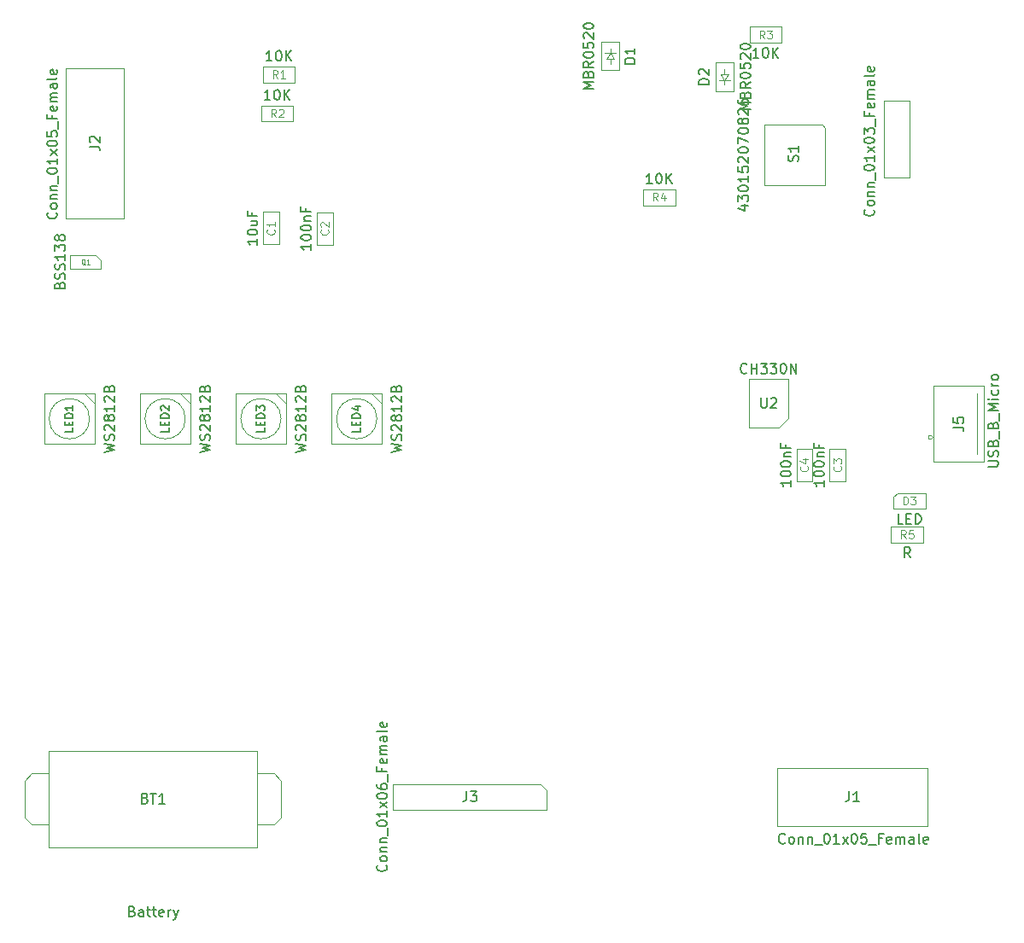
<source format=gbr>
G04 #@! TF.GenerationSoftware,KiCad,Pcbnew,(5.1.2)-1*
G04 #@! TF.CreationDate,2019-08-27T20:32:44-05:00*
G04 #@! TF.ProjectId,8266-dev,38323636-2d64-4657-962e-6b696361645f,rev?*
G04 #@! TF.SameCoordinates,Original*
G04 #@! TF.FileFunction,Other,Fab,Top*
%FSLAX46Y46*%
G04 Gerber Fmt 4.6, Leading zero omitted, Abs format (unit mm)*
G04 Created by KiCad (PCBNEW (5.1.2)-1) date 2019-08-27 20:32:44*
%MOMM*%
%LPD*%
G04 APERTURE LIST*
%ADD10C,0.100000*%
%ADD11C,0.150000*%
%ADD12C,0.120000*%
%ADD13C,0.075000*%
G04 APERTURE END LIST*
D10*
X90818200Y-131935180D02*
X111518200Y-131935180D01*
X90818200Y-122405180D02*
X111518200Y-122405180D01*
X90818200Y-131935180D02*
X90818200Y-122405180D01*
X111518200Y-131935180D02*
X111518200Y-122405180D01*
X111518200Y-129695180D02*
X113168200Y-129695180D01*
X111518200Y-124645180D02*
X113168200Y-124645180D01*
X113868200Y-125345180D02*
X113168200Y-124645180D01*
X113868200Y-128995180D02*
X113168200Y-129695180D01*
X113868200Y-125345180D02*
X113868200Y-128995180D01*
X90818200Y-124645180D02*
X89168200Y-124645180D01*
X90818200Y-129695180D02*
X89168200Y-129695180D01*
X88468200Y-125345180D02*
X89168200Y-124645180D01*
X88468200Y-128995180D02*
X89168200Y-129695180D01*
X88468200Y-125345180D02*
X88468200Y-128995180D01*
X112090300Y-68933720D02*
X113690300Y-68933720D01*
X113690300Y-68933720D02*
X113690300Y-72133720D01*
X113690300Y-72133720D02*
X112090300Y-72133720D01*
X112090300Y-72133720D02*
X112090300Y-68933720D01*
X115246760Y-54488180D02*
X115246760Y-56088180D01*
X115246760Y-56088180D02*
X112046760Y-56088180D01*
X112046760Y-56088180D02*
X112046760Y-54488180D01*
X112046760Y-54488180D02*
X115246760Y-54488180D01*
X111879120Y-58361680D02*
X115079120Y-58361680D01*
X111879120Y-59961680D02*
X111879120Y-58361680D01*
X115079120Y-59961680D02*
X111879120Y-59961680D01*
X115079120Y-58361680D02*
X115079120Y-59961680D01*
X163509300Y-52158800D02*
X160309300Y-52158800D01*
X163509300Y-50558800D02*
X163509300Y-52158800D01*
X160309300Y-50558800D02*
X163509300Y-50558800D01*
X160309300Y-52158800D02*
X160309300Y-50558800D01*
X152943360Y-66675100D02*
X152943360Y-68275100D01*
X152943360Y-68275100D02*
X149743360Y-68275100D01*
X149743360Y-68275100D02*
X149743360Y-66675100D01*
X149743360Y-66675100D02*
X152943360Y-66675100D01*
X167805360Y-60563780D02*
X167805360Y-66263780D01*
X167530360Y-60263780D02*
X161805360Y-60263780D01*
X167805360Y-60563780D02*
X167530360Y-60263780D01*
X161805360Y-60263780D02*
X161805360Y-66263780D01*
X161805360Y-66263780D02*
X167805360Y-66263780D01*
X177961480Y-124074200D02*
X177961480Y-129824200D01*
X163061480Y-129824200D02*
X177961480Y-129824200D01*
X163061480Y-124074200D02*
X177961480Y-124074200D01*
X163061480Y-124074200D02*
X163061480Y-129824200D01*
X98292640Y-69554280D02*
X92542640Y-69554280D01*
X92542640Y-54654280D02*
X92542640Y-69554280D01*
X98292640Y-54654280D02*
X98292640Y-69554280D01*
X98292640Y-54654280D02*
X92542640Y-54654280D01*
X140212530Y-126309200D02*
X140212530Y-128214200D01*
X140212530Y-128214200D02*
X124972530Y-128214200D01*
X124972530Y-128214200D02*
X124972530Y-125674200D01*
X124972530Y-125674200D02*
X139577530Y-125674200D01*
X139577530Y-125674200D02*
X140212530Y-126309200D01*
X173649640Y-57924700D02*
X173649640Y-65544700D01*
X176189640Y-57924700D02*
X173649640Y-57924700D01*
X176189640Y-65544700D02*
X173649640Y-65544700D01*
X176189640Y-57924700D02*
X176189640Y-65544700D01*
X117406520Y-68978980D02*
X119006520Y-68978980D01*
X119006520Y-68978980D02*
X119006520Y-72178980D01*
X119006520Y-72178980D02*
X117406520Y-72178980D01*
X117406520Y-72178980D02*
X117406520Y-68978980D01*
X94874000Y-89445000D02*
G75*
G03X94874000Y-89445000I-2000000J0D01*
G01*
X90374000Y-86945000D02*
X90374000Y-91945000D01*
X95374000Y-86945000D02*
X90374000Y-86945000D01*
X95374000Y-91945000D02*
X95374000Y-86945000D01*
X90374000Y-91945000D02*
X95374000Y-91945000D01*
X94374000Y-86945000D02*
X95374000Y-87945000D01*
X103869666Y-86945000D02*
X104869666Y-87945000D01*
X99869666Y-91945000D02*
X104869666Y-91945000D01*
X104869666Y-91945000D02*
X104869666Y-86945000D01*
X104869666Y-86945000D02*
X99869666Y-86945000D01*
X99869666Y-86945000D02*
X99869666Y-91945000D01*
X104369666Y-89445000D02*
G75*
G03X104369666Y-89445000I-2000000J0D01*
G01*
X113865332Y-89445000D02*
G75*
G03X113865332Y-89445000I-2000000J0D01*
G01*
X109365332Y-86945000D02*
X109365332Y-91945000D01*
X114365332Y-86945000D02*
X109365332Y-86945000D01*
X114365332Y-91945000D02*
X114365332Y-86945000D01*
X109365332Y-91945000D02*
X114365332Y-91945000D01*
X113365332Y-86945000D02*
X114365332Y-87945000D01*
X122861000Y-86945000D02*
X123861000Y-87945000D01*
X118861000Y-91945000D02*
X123861000Y-91945000D01*
X123861000Y-91945000D02*
X123861000Y-86945000D01*
X123861000Y-86945000D02*
X118861000Y-86945000D01*
X118861000Y-86945000D02*
X118861000Y-91945000D01*
X123361000Y-89445000D02*
G75*
G03X123361000Y-89445000I-2000000J0D01*
G01*
X95440500Y-73198000D02*
X92990500Y-73198000D01*
X96010500Y-73748000D02*
X96010500Y-74598000D01*
X95440500Y-73198000D02*
X96010500Y-73748000D01*
X96010500Y-74598000D02*
X92970500Y-74598000D01*
X92970500Y-73198000D02*
X92970500Y-74598000D01*
X183569500Y-86207400D02*
X178569500Y-86207400D01*
X182871204Y-92957400D02*
X182871204Y-86957400D01*
X183571204Y-93707400D02*
X183571204Y-86207400D01*
X178569500Y-93707400D02*
X178569500Y-86207400D01*
X183569500Y-93707400D02*
X178569500Y-93707400D01*
X178469500Y-91257400D02*
X178269500Y-91457400D01*
X178269500Y-91057400D02*
X178469500Y-91257400D01*
X178059500Y-91457400D02*
X178059500Y-91057400D01*
X178059500Y-91457400D02*
X178269500Y-91457400D01*
X178059500Y-91057400D02*
X178269500Y-91057400D01*
X163180900Y-90359400D02*
X160255900Y-90359400D01*
X160255900Y-90359400D02*
X160255900Y-85459400D01*
X160255900Y-85459400D02*
X164155900Y-85459400D01*
X164155900Y-85459400D02*
X164155900Y-89384400D01*
X164155900Y-89384400D02*
X163180900Y-90359400D01*
X168247699Y-92421301D02*
X169847699Y-92421301D01*
X169847699Y-92421301D02*
X169847699Y-95621301D01*
X169847699Y-95621301D02*
X168247699Y-95621301D01*
X168247699Y-95621301D02*
X168247699Y-92421301D01*
X164957699Y-95621301D02*
X164957699Y-92421301D01*
X166557699Y-95621301D02*
X164957699Y-95621301D01*
X166557699Y-92421301D02*
X166557699Y-95621301D01*
X164957699Y-92421301D02*
X166557699Y-92421301D01*
X146494500Y-53728700D02*
X146494500Y-54228700D01*
X146094500Y-53728700D02*
X146494500Y-53128700D01*
X146894500Y-53728700D02*
X146094500Y-53728700D01*
X146494500Y-53128700D02*
X146894500Y-53728700D01*
X146494500Y-53128700D02*
X145944500Y-53128700D01*
X146494500Y-53128700D02*
X147044500Y-53128700D01*
X146494500Y-52728700D02*
X146494500Y-53128700D01*
X145594500Y-52078700D02*
X147394500Y-52078700D01*
X145594500Y-54878700D02*
X145594500Y-52078700D01*
X147394500Y-54878700D02*
X145594500Y-54878700D01*
X147394500Y-52078700D02*
X147394500Y-54878700D01*
X156935600Y-56924400D02*
X156935600Y-54124400D01*
X156935600Y-54124400D02*
X158735600Y-54124400D01*
X158735600Y-54124400D02*
X158735600Y-56924400D01*
X158735600Y-56924400D02*
X156935600Y-56924400D01*
X157835600Y-56274400D02*
X157835600Y-55874400D01*
X157835600Y-55874400D02*
X157285600Y-55874400D01*
X157835600Y-55874400D02*
X158385600Y-55874400D01*
X157835600Y-55874400D02*
X157435600Y-55274400D01*
X157435600Y-55274400D02*
X158235600Y-55274400D01*
X158235600Y-55274400D02*
X157835600Y-55874400D01*
X157835600Y-55274400D02*
X157835600Y-54774400D01*
X177746781Y-96798161D02*
X174946781Y-96798161D01*
X174946781Y-96798161D02*
X174546781Y-97198161D01*
X174546781Y-97198161D02*
X174546781Y-98398161D01*
X174546781Y-98398161D02*
X177746781Y-98398161D01*
X177746781Y-98398161D02*
X177746781Y-96798161D01*
X174331781Y-101738161D02*
X174331781Y-100138161D01*
X174331781Y-100138161D02*
X177531781Y-100138161D01*
X177531781Y-100138161D02*
X177531781Y-101738161D01*
X177531781Y-101738161D02*
X174331781Y-101738161D01*
D11*
X99096771Y-138298751D02*
X99239628Y-138346370D01*
X99287247Y-138393989D01*
X99334866Y-138489227D01*
X99334866Y-138632084D01*
X99287247Y-138727322D01*
X99239628Y-138774941D01*
X99144390Y-138822560D01*
X98763438Y-138822560D01*
X98763438Y-137822560D01*
X99096771Y-137822560D01*
X99192009Y-137870180D01*
X99239628Y-137917799D01*
X99287247Y-138013037D01*
X99287247Y-138108275D01*
X99239628Y-138203513D01*
X99192009Y-138251132D01*
X99096771Y-138298751D01*
X98763438Y-138298751D01*
X100192009Y-138822560D02*
X100192009Y-138298751D01*
X100144390Y-138203513D01*
X100049152Y-138155894D01*
X99858676Y-138155894D01*
X99763438Y-138203513D01*
X100192009Y-138774941D02*
X100096771Y-138822560D01*
X99858676Y-138822560D01*
X99763438Y-138774941D01*
X99715819Y-138679703D01*
X99715819Y-138584465D01*
X99763438Y-138489227D01*
X99858676Y-138441608D01*
X100096771Y-138441608D01*
X100192009Y-138393989D01*
X100525342Y-138155894D02*
X100906295Y-138155894D01*
X100668200Y-137822560D02*
X100668200Y-138679703D01*
X100715819Y-138774941D01*
X100811057Y-138822560D01*
X100906295Y-138822560D01*
X101096771Y-138155894D02*
X101477723Y-138155894D01*
X101239628Y-137822560D02*
X101239628Y-138679703D01*
X101287247Y-138774941D01*
X101382485Y-138822560D01*
X101477723Y-138822560D01*
X102192009Y-138774941D02*
X102096771Y-138822560D01*
X101906295Y-138822560D01*
X101811057Y-138774941D01*
X101763438Y-138679703D01*
X101763438Y-138298751D01*
X101811057Y-138203513D01*
X101906295Y-138155894D01*
X102096771Y-138155894D01*
X102192009Y-138203513D01*
X102239628Y-138298751D01*
X102239628Y-138393989D01*
X101763438Y-138489227D01*
X102668200Y-138822560D02*
X102668200Y-138155894D01*
X102668200Y-138346370D02*
X102715819Y-138251132D01*
X102763438Y-138203513D01*
X102858676Y-138155894D01*
X102953914Y-138155894D01*
X103192009Y-138155894D02*
X103430104Y-138822560D01*
X103668200Y-138155894D02*
X103430104Y-138822560D01*
X103334866Y-139060656D01*
X103287247Y-139108275D01*
X103192009Y-139155894D01*
X100382485Y-127098751D02*
X100525342Y-127146370D01*
X100572961Y-127193989D01*
X100620580Y-127289227D01*
X100620580Y-127432084D01*
X100572961Y-127527322D01*
X100525342Y-127574941D01*
X100430104Y-127622560D01*
X100049152Y-127622560D01*
X100049152Y-126622560D01*
X100382485Y-126622560D01*
X100477723Y-126670180D01*
X100525342Y-126717799D01*
X100572961Y-126813037D01*
X100572961Y-126908275D01*
X100525342Y-127003513D01*
X100477723Y-127051132D01*
X100382485Y-127098751D01*
X100049152Y-127098751D01*
X100906295Y-126622560D02*
X101477723Y-126622560D01*
X101192009Y-127622560D02*
X101192009Y-126622560D01*
X102334866Y-127622560D02*
X101763438Y-127622560D01*
X102049152Y-127622560D02*
X102049152Y-126622560D01*
X101953914Y-126765418D01*
X101858676Y-126860656D01*
X101763438Y-126908275D01*
X111522680Y-71605148D02*
X111522680Y-72176577D01*
X111522680Y-71890862D02*
X110522680Y-71890862D01*
X110665538Y-71986100D01*
X110760776Y-72081339D01*
X110808395Y-72176577D01*
X110522680Y-70986100D02*
X110522680Y-70890862D01*
X110570300Y-70795624D01*
X110617919Y-70748005D01*
X110713157Y-70700386D01*
X110903633Y-70652767D01*
X111141728Y-70652767D01*
X111332204Y-70700386D01*
X111427442Y-70748005D01*
X111475061Y-70795624D01*
X111522680Y-70890862D01*
X111522680Y-70986100D01*
X111475061Y-71081339D01*
X111427442Y-71128958D01*
X111332204Y-71176577D01*
X111141728Y-71224196D01*
X110903633Y-71224196D01*
X110713157Y-71176577D01*
X110617919Y-71128958D01*
X110570300Y-71081339D01*
X110522680Y-70986100D01*
X110856014Y-69795624D02*
X111522680Y-69795624D01*
X110856014Y-70224196D02*
X111379823Y-70224196D01*
X111475061Y-70176577D01*
X111522680Y-70081339D01*
X111522680Y-69938481D01*
X111475061Y-69843243D01*
X111427442Y-69795624D01*
X110998871Y-68986100D02*
X110998871Y-69319434D01*
X111522680Y-69319434D02*
X110522680Y-69319434D01*
X110522680Y-68843243D01*
D12*
X113176014Y-70667053D02*
X113214109Y-70705148D01*
X113252204Y-70819434D01*
X113252204Y-70895624D01*
X113214109Y-71009910D01*
X113137919Y-71086100D01*
X113061728Y-71124196D01*
X112909347Y-71162291D01*
X112795061Y-71162291D01*
X112642680Y-71124196D01*
X112566490Y-71086100D01*
X112490300Y-71009910D01*
X112452204Y-70895624D01*
X112452204Y-70819434D01*
X112490300Y-70705148D01*
X112528395Y-70667053D01*
X113252204Y-69905148D02*
X113252204Y-70362291D01*
X113252204Y-70133720D02*
X112452204Y-70133720D01*
X112566490Y-70209910D01*
X112642680Y-70286100D01*
X112680776Y-70362291D01*
D11*
X112956283Y-53920560D02*
X112384855Y-53920560D01*
X112670569Y-53920560D02*
X112670569Y-52920560D01*
X112575331Y-53063418D01*
X112480093Y-53158656D01*
X112384855Y-53206275D01*
X113575331Y-52920560D02*
X113670569Y-52920560D01*
X113765807Y-52968180D01*
X113813426Y-53015799D01*
X113861045Y-53111037D01*
X113908664Y-53301513D01*
X113908664Y-53539608D01*
X113861045Y-53730084D01*
X113813426Y-53825322D01*
X113765807Y-53872941D01*
X113670569Y-53920560D01*
X113575331Y-53920560D01*
X113480093Y-53872941D01*
X113432474Y-53825322D01*
X113384855Y-53730084D01*
X113337236Y-53539608D01*
X113337236Y-53301513D01*
X113384855Y-53111037D01*
X113432474Y-53015799D01*
X113480093Y-52968180D01*
X113575331Y-52920560D01*
X114337236Y-53920560D02*
X114337236Y-52920560D01*
X114908664Y-53920560D02*
X114480093Y-53349132D01*
X114908664Y-52920560D02*
X114337236Y-53491989D01*
D12*
X113513426Y-55650084D02*
X113246760Y-55269132D01*
X113056283Y-55650084D02*
X113056283Y-54850084D01*
X113361045Y-54850084D01*
X113437236Y-54888180D01*
X113475331Y-54926275D01*
X113513426Y-55002465D01*
X113513426Y-55116751D01*
X113475331Y-55192941D01*
X113437236Y-55231037D01*
X113361045Y-55269132D01*
X113056283Y-55269132D01*
X114275331Y-55650084D02*
X113818188Y-55650084D01*
X114046760Y-55650084D02*
X114046760Y-54850084D01*
X113970569Y-54964370D01*
X113894379Y-55040560D01*
X113818188Y-55078656D01*
D11*
X112788643Y-57794060D02*
X112217215Y-57794060D01*
X112502929Y-57794060D02*
X112502929Y-56794060D01*
X112407691Y-56936918D01*
X112312453Y-57032156D01*
X112217215Y-57079775D01*
X113407691Y-56794060D02*
X113502929Y-56794060D01*
X113598167Y-56841680D01*
X113645786Y-56889299D01*
X113693405Y-56984537D01*
X113741024Y-57175013D01*
X113741024Y-57413108D01*
X113693405Y-57603584D01*
X113645786Y-57698822D01*
X113598167Y-57746441D01*
X113502929Y-57794060D01*
X113407691Y-57794060D01*
X113312453Y-57746441D01*
X113264834Y-57698822D01*
X113217215Y-57603584D01*
X113169596Y-57413108D01*
X113169596Y-57175013D01*
X113217215Y-56984537D01*
X113264834Y-56889299D01*
X113312453Y-56841680D01*
X113407691Y-56794060D01*
X114169596Y-57794060D02*
X114169596Y-56794060D01*
X114741024Y-57794060D02*
X114312453Y-57222632D01*
X114741024Y-56794060D02*
X114169596Y-57365489D01*
D12*
X113345786Y-59523584D02*
X113079120Y-59142632D01*
X112888643Y-59523584D02*
X112888643Y-58723584D01*
X113193405Y-58723584D01*
X113269596Y-58761680D01*
X113307691Y-58799775D01*
X113345786Y-58875965D01*
X113345786Y-58990251D01*
X113307691Y-59066441D01*
X113269596Y-59104537D01*
X113193405Y-59142632D01*
X112888643Y-59142632D01*
X113650548Y-58799775D02*
X113688643Y-58761680D01*
X113764834Y-58723584D01*
X113955310Y-58723584D01*
X114031500Y-58761680D01*
X114069596Y-58799775D01*
X114107691Y-58875965D01*
X114107691Y-58952156D01*
X114069596Y-59066441D01*
X113612453Y-59523584D01*
X114107691Y-59523584D01*
D11*
X161218823Y-53631180D02*
X160647395Y-53631180D01*
X160933109Y-53631180D02*
X160933109Y-52631180D01*
X160837871Y-52774038D01*
X160742633Y-52869276D01*
X160647395Y-52916895D01*
X161837871Y-52631180D02*
X161933109Y-52631180D01*
X162028347Y-52678800D01*
X162075966Y-52726419D01*
X162123585Y-52821657D01*
X162171204Y-53012133D01*
X162171204Y-53250228D01*
X162123585Y-53440704D01*
X162075966Y-53535942D01*
X162028347Y-53583561D01*
X161933109Y-53631180D01*
X161837871Y-53631180D01*
X161742633Y-53583561D01*
X161695014Y-53535942D01*
X161647395Y-53440704D01*
X161599776Y-53250228D01*
X161599776Y-53012133D01*
X161647395Y-52821657D01*
X161695014Y-52726419D01*
X161742633Y-52678800D01*
X161837871Y-52631180D01*
X162599776Y-53631180D02*
X162599776Y-52631180D01*
X163171204Y-53631180D02*
X162742633Y-53059752D01*
X163171204Y-52631180D02*
X162599776Y-53202609D01*
D12*
X161775966Y-51720704D02*
X161509300Y-51339752D01*
X161318823Y-51720704D02*
X161318823Y-50920704D01*
X161623585Y-50920704D01*
X161699776Y-50958800D01*
X161737871Y-50996895D01*
X161775966Y-51073085D01*
X161775966Y-51187371D01*
X161737871Y-51263561D01*
X161699776Y-51301657D01*
X161623585Y-51339752D01*
X161318823Y-51339752D01*
X162042633Y-50920704D02*
X162537871Y-50920704D01*
X162271204Y-51225466D01*
X162385490Y-51225466D01*
X162461680Y-51263561D01*
X162499776Y-51301657D01*
X162537871Y-51377847D01*
X162537871Y-51568323D01*
X162499776Y-51644514D01*
X162461680Y-51682609D01*
X162385490Y-51720704D01*
X162156919Y-51720704D01*
X162080728Y-51682609D01*
X162042633Y-51644514D01*
D11*
X150652883Y-66107480D02*
X150081455Y-66107480D01*
X150367169Y-66107480D02*
X150367169Y-65107480D01*
X150271931Y-65250338D01*
X150176693Y-65345576D01*
X150081455Y-65393195D01*
X151271931Y-65107480D02*
X151367169Y-65107480D01*
X151462407Y-65155100D01*
X151510026Y-65202719D01*
X151557645Y-65297957D01*
X151605264Y-65488433D01*
X151605264Y-65726528D01*
X151557645Y-65917004D01*
X151510026Y-66012242D01*
X151462407Y-66059861D01*
X151367169Y-66107480D01*
X151271931Y-66107480D01*
X151176693Y-66059861D01*
X151129074Y-66012242D01*
X151081455Y-65917004D01*
X151033836Y-65726528D01*
X151033836Y-65488433D01*
X151081455Y-65297957D01*
X151129074Y-65202719D01*
X151176693Y-65155100D01*
X151271931Y-65107480D01*
X152033836Y-66107480D02*
X152033836Y-65107480D01*
X152605264Y-66107480D02*
X152176693Y-65536052D01*
X152605264Y-65107480D02*
X152033836Y-65678909D01*
D12*
X151210026Y-67837004D02*
X150943360Y-67456052D01*
X150752883Y-67837004D02*
X150752883Y-67037004D01*
X151057645Y-67037004D01*
X151133836Y-67075100D01*
X151171931Y-67113195D01*
X151210026Y-67189385D01*
X151210026Y-67303671D01*
X151171931Y-67379861D01*
X151133836Y-67417957D01*
X151057645Y-67456052D01*
X150752883Y-67456052D01*
X151895740Y-67303671D02*
X151895740Y-67837004D01*
X151705264Y-66998909D02*
X151514788Y-67570338D01*
X152010026Y-67570338D01*
D11*
X159511074Y-68311399D02*
X160177740Y-68311399D01*
X159130121Y-68549494D02*
X159844407Y-68787589D01*
X159844407Y-68168541D01*
X159177740Y-67882827D02*
X159177740Y-67263780D01*
X159558693Y-67597113D01*
X159558693Y-67454256D01*
X159606312Y-67359018D01*
X159653931Y-67311399D01*
X159749169Y-67263780D01*
X159987264Y-67263780D01*
X160082502Y-67311399D01*
X160130121Y-67359018D01*
X160177740Y-67454256D01*
X160177740Y-67739970D01*
X160130121Y-67835208D01*
X160082502Y-67882827D01*
X159177740Y-66644732D02*
X159177740Y-66549494D01*
X159225360Y-66454256D01*
X159272979Y-66406637D01*
X159368217Y-66359018D01*
X159558693Y-66311399D01*
X159796788Y-66311399D01*
X159987264Y-66359018D01*
X160082502Y-66406637D01*
X160130121Y-66454256D01*
X160177740Y-66549494D01*
X160177740Y-66644732D01*
X160130121Y-66739970D01*
X160082502Y-66787589D01*
X159987264Y-66835208D01*
X159796788Y-66882827D01*
X159558693Y-66882827D01*
X159368217Y-66835208D01*
X159272979Y-66787589D01*
X159225360Y-66739970D01*
X159177740Y-66644732D01*
X160177740Y-65359018D02*
X160177740Y-65930446D01*
X160177740Y-65644732D02*
X159177740Y-65644732D01*
X159320598Y-65739970D01*
X159415836Y-65835208D01*
X159463455Y-65930446D01*
X159177740Y-64454256D02*
X159177740Y-64930446D01*
X159653931Y-64978065D01*
X159606312Y-64930446D01*
X159558693Y-64835208D01*
X159558693Y-64597113D01*
X159606312Y-64501875D01*
X159653931Y-64454256D01*
X159749169Y-64406637D01*
X159987264Y-64406637D01*
X160082502Y-64454256D01*
X160130121Y-64501875D01*
X160177740Y-64597113D01*
X160177740Y-64835208D01*
X160130121Y-64930446D01*
X160082502Y-64978065D01*
X159272979Y-64025684D02*
X159225360Y-63978065D01*
X159177740Y-63882827D01*
X159177740Y-63644732D01*
X159225360Y-63549494D01*
X159272979Y-63501875D01*
X159368217Y-63454256D01*
X159463455Y-63454256D01*
X159606312Y-63501875D01*
X160177740Y-64073303D01*
X160177740Y-63454256D01*
X159177740Y-62835208D02*
X159177740Y-62739970D01*
X159225360Y-62644732D01*
X159272979Y-62597113D01*
X159368217Y-62549494D01*
X159558693Y-62501875D01*
X159796788Y-62501875D01*
X159987264Y-62549494D01*
X160082502Y-62597113D01*
X160130121Y-62644732D01*
X160177740Y-62739970D01*
X160177740Y-62835208D01*
X160130121Y-62930446D01*
X160082502Y-62978065D01*
X159987264Y-63025684D01*
X159796788Y-63073303D01*
X159558693Y-63073303D01*
X159368217Y-63025684D01*
X159272979Y-62978065D01*
X159225360Y-62930446D01*
X159177740Y-62835208D01*
X159177740Y-62168541D02*
X159177740Y-61501875D01*
X160177740Y-61930446D01*
X159177740Y-60930446D02*
X159177740Y-60835208D01*
X159225360Y-60739970D01*
X159272979Y-60692351D01*
X159368217Y-60644732D01*
X159558693Y-60597113D01*
X159796788Y-60597113D01*
X159987264Y-60644732D01*
X160082502Y-60692351D01*
X160130121Y-60739970D01*
X160177740Y-60835208D01*
X160177740Y-60930446D01*
X160130121Y-61025684D01*
X160082502Y-61073303D01*
X159987264Y-61120922D01*
X159796788Y-61168541D01*
X159558693Y-61168541D01*
X159368217Y-61120922D01*
X159272979Y-61073303D01*
X159225360Y-61025684D01*
X159177740Y-60930446D01*
X159606312Y-60025684D02*
X159558693Y-60120922D01*
X159511074Y-60168541D01*
X159415836Y-60216160D01*
X159368217Y-60216160D01*
X159272979Y-60168541D01*
X159225360Y-60120922D01*
X159177740Y-60025684D01*
X159177740Y-59835208D01*
X159225360Y-59739970D01*
X159272979Y-59692351D01*
X159368217Y-59644732D01*
X159415836Y-59644732D01*
X159511074Y-59692351D01*
X159558693Y-59739970D01*
X159606312Y-59835208D01*
X159606312Y-60025684D01*
X159653931Y-60120922D01*
X159701550Y-60168541D01*
X159796788Y-60216160D01*
X159987264Y-60216160D01*
X160082502Y-60168541D01*
X160130121Y-60120922D01*
X160177740Y-60025684D01*
X160177740Y-59835208D01*
X160130121Y-59739970D01*
X160082502Y-59692351D01*
X159987264Y-59644732D01*
X159796788Y-59644732D01*
X159701550Y-59692351D01*
X159653931Y-59739970D01*
X159606312Y-59835208D01*
X159272979Y-59263780D02*
X159225360Y-59216160D01*
X159177740Y-59120922D01*
X159177740Y-58882827D01*
X159225360Y-58787589D01*
X159272979Y-58739970D01*
X159368217Y-58692351D01*
X159463455Y-58692351D01*
X159606312Y-58739970D01*
X160177740Y-59311399D01*
X160177740Y-58692351D01*
X159177740Y-57835208D02*
X159177740Y-58025684D01*
X159225360Y-58120922D01*
X159272979Y-58168541D01*
X159415836Y-58263780D01*
X159606312Y-58311399D01*
X159987264Y-58311399D01*
X160082502Y-58263780D01*
X160130121Y-58216160D01*
X160177740Y-58120922D01*
X160177740Y-57930446D01*
X160130121Y-57835208D01*
X160082502Y-57787589D01*
X159987264Y-57739970D01*
X159749169Y-57739970D01*
X159653931Y-57787589D01*
X159606312Y-57835208D01*
X159558693Y-57930446D01*
X159558693Y-58120922D01*
X159606312Y-58216160D01*
X159653931Y-58263780D01*
X159749169Y-58311399D01*
X165085121Y-63900684D02*
X165132740Y-63757827D01*
X165132740Y-63519732D01*
X165085121Y-63424494D01*
X165037502Y-63376875D01*
X164942264Y-63329256D01*
X164847026Y-63329256D01*
X164751788Y-63376875D01*
X164704169Y-63424494D01*
X164656550Y-63519732D01*
X164608931Y-63710208D01*
X164561312Y-63805446D01*
X164513693Y-63853065D01*
X164418455Y-63900684D01*
X164323217Y-63900684D01*
X164227979Y-63853065D01*
X164180360Y-63805446D01*
X164132740Y-63710208D01*
X164132740Y-63472113D01*
X164180360Y-63329256D01*
X165132740Y-62376875D02*
X165132740Y-62948303D01*
X165132740Y-62662589D02*
X164132740Y-62662589D01*
X164275598Y-62757827D01*
X164370836Y-62853065D01*
X164418455Y-62948303D01*
X163825765Y-131506342D02*
X163778146Y-131553961D01*
X163635289Y-131601580D01*
X163540051Y-131601580D01*
X163397194Y-131553961D01*
X163301956Y-131458723D01*
X163254337Y-131363485D01*
X163206718Y-131173009D01*
X163206718Y-131030152D01*
X163254337Y-130839676D01*
X163301956Y-130744438D01*
X163397194Y-130649200D01*
X163540051Y-130601580D01*
X163635289Y-130601580D01*
X163778146Y-130649200D01*
X163825765Y-130696819D01*
X164397194Y-131601580D02*
X164301956Y-131553961D01*
X164254337Y-131506342D01*
X164206718Y-131411104D01*
X164206718Y-131125390D01*
X164254337Y-131030152D01*
X164301956Y-130982533D01*
X164397194Y-130934914D01*
X164540051Y-130934914D01*
X164635289Y-130982533D01*
X164682908Y-131030152D01*
X164730527Y-131125390D01*
X164730527Y-131411104D01*
X164682908Y-131506342D01*
X164635289Y-131553961D01*
X164540051Y-131601580D01*
X164397194Y-131601580D01*
X165159099Y-130934914D02*
X165159099Y-131601580D01*
X165159099Y-131030152D02*
X165206718Y-130982533D01*
X165301956Y-130934914D01*
X165444813Y-130934914D01*
X165540051Y-130982533D01*
X165587670Y-131077771D01*
X165587670Y-131601580D01*
X166063860Y-130934914D02*
X166063860Y-131601580D01*
X166063860Y-131030152D02*
X166111480Y-130982533D01*
X166206718Y-130934914D01*
X166349575Y-130934914D01*
X166444813Y-130982533D01*
X166492432Y-131077771D01*
X166492432Y-131601580D01*
X166730527Y-131696819D02*
X167492432Y-131696819D01*
X167921003Y-130601580D02*
X168016241Y-130601580D01*
X168111480Y-130649200D01*
X168159099Y-130696819D01*
X168206718Y-130792057D01*
X168254337Y-130982533D01*
X168254337Y-131220628D01*
X168206718Y-131411104D01*
X168159099Y-131506342D01*
X168111480Y-131553961D01*
X168016241Y-131601580D01*
X167921003Y-131601580D01*
X167825765Y-131553961D01*
X167778146Y-131506342D01*
X167730527Y-131411104D01*
X167682908Y-131220628D01*
X167682908Y-130982533D01*
X167730527Y-130792057D01*
X167778146Y-130696819D01*
X167825765Y-130649200D01*
X167921003Y-130601580D01*
X169206718Y-131601580D02*
X168635289Y-131601580D01*
X168921003Y-131601580D02*
X168921003Y-130601580D01*
X168825765Y-130744438D01*
X168730527Y-130839676D01*
X168635289Y-130887295D01*
X169540051Y-131601580D02*
X170063860Y-130934914D01*
X169540051Y-130934914D02*
X170063860Y-131601580D01*
X170635289Y-130601580D02*
X170730527Y-130601580D01*
X170825765Y-130649200D01*
X170873384Y-130696819D01*
X170921003Y-130792057D01*
X170968622Y-130982533D01*
X170968622Y-131220628D01*
X170921003Y-131411104D01*
X170873384Y-131506342D01*
X170825765Y-131553961D01*
X170730527Y-131601580D01*
X170635289Y-131601580D01*
X170540051Y-131553961D01*
X170492432Y-131506342D01*
X170444813Y-131411104D01*
X170397194Y-131220628D01*
X170397194Y-130982533D01*
X170444813Y-130792057D01*
X170492432Y-130696819D01*
X170540051Y-130649200D01*
X170635289Y-130601580D01*
X171873384Y-130601580D02*
X171397194Y-130601580D01*
X171349575Y-131077771D01*
X171397194Y-131030152D01*
X171492432Y-130982533D01*
X171730527Y-130982533D01*
X171825765Y-131030152D01*
X171873384Y-131077771D01*
X171921003Y-131173009D01*
X171921003Y-131411104D01*
X171873384Y-131506342D01*
X171825765Y-131553961D01*
X171730527Y-131601580D01*
X171492432Y-131601580D01*
X171397194Y-131553961D01*
X171349575Y-131506342D01*
X172111480Y-131696819D02*
X172873384Y-131696819D01*
X173444813Y-131077771D02*
X173111480Y-131077771D01*
X173111480Y-131601580D02*
X173111480Y-130601580D01*
X173587670Y-130601580D01*
X174349575Y-131553961D02*
X174254337Y-131601580D01*
X174063860Y-131601580D01*
X173968622Y-131553961D01*
X173921003Y-131458723D01*
X173921003Y-131077771D01*
X173968622Y-130982533D01*
X174063860Y-130934914D01*
X174254337Y-130934914D01*
X174349575Y-130982533D01*
X174397194Y-131077771D01*
X174397194Y-131173009D01*
X173921003Y-131268247D01*
X174825765Y-131601580D02*
X174825765Y-130934914D01*
X174825765Y-131030152D02*
X174873384Y-130982533D01*
X174968622Y-130934914D01*
X175111480Y-130934914D01*
X175206718Y-130982533D01*
X175254337Y-131077771D01*
X175254337Y-131601580D01*
X175254337Y-131077771D02*
X175301956Y-130982533D01*
X175397194Y-130934914D01*
X175540051Y-130934914D01*
X175635289Y-130982533D01*
X175682908Y-131077771D01*
X175682908Y-131601580D01*
X176587670Y-131601580D02*
X176587670Y-131077771D01*
X176540051Y-130982533D01*
X176444813Y-130934914D01*
X176254337Y-130934914D01*
X176159099Y-130982533D01*
X176587670Y-131553961D02*
X176492432Y-131601580D01*
X176254337Y-131601580D01*
X176159099Y-131553961D01*
X176111480Y-131458723D01*
X176111480Y-131363485D01*
X176159099Y-131268247D01*
X176254337Y-131220628D01*
X176492432Y-131220628D01*
X176587670Y-131173009D01*
X177206718Y-131601580D02*
X177111480Y-131553961D01*
X177063860Y-131458723D01*
X177063860Y-130601580D01*
X177968622Y-131553961D02*
X177873384Y-131601580D01*
X177682908Y-131601580D01*
X177587670Y-131553961D01*
X177540051Y-131458723D01*
X177540051Y-131077771D01*
X177587670Y-130982533D01*
X177682908Y-130934914D01*
X177873384Y-130934914D01*
X177968622Y-130982533D01*
X178016241Y-131077771D01*
X178016241Y-131173009D01*
X177540051Y-131268247D01*
X170178146Y-126401580D02*
X170178146Y-127115866D01*
X170130527Y-127258723D01*
X170035289Y-127353961D01*
X169892432Y-127401580D01*
X169797194Y-127401580D01*
X171178146Y-127401580D02*
X170606718Y-127401580D01*
X170892432Y-127401580D02*
X170892432Y-126401580D01*
X170797194Y-126544438D01*
X170701956Y-126639676D01*
X170606718Y-126687295D01*
X91574782Y-68989994D02*
X91622401Y-69037613D01*
X91670020Y-69180470D01*
X91670020Y-69275708D01*
X91622401Y-69418565D01*
X91527163Y-69513803D01*
X91431925Y-69561422D01*
X91241449Y-69609041D01*
X91098592Y-69609041D01*
X90908116Y-69561422D01*
X90812878Y-69513803D01*
X90717640Y-69418565D01*
X90670020Y-69275708D01*
X90670020Y-69180470D01*
X90717640Y-69037613D01*
X90765259Y-68989994D01*
X91670020Y-68418565D02*
X91622401Y-68513803D01*
X91574782Y-68561422D01*
X91479544Y-68609041D01*
X91193830Y-68609041D01*
X91098592Y-68561422D01*
X91050973Y-68513803D01*
X91003354Y-68418565D01*
X91003354Y-68275708D01*
X91050973Y-68180470D01*
X91098592Y-68132851D01*
X91193830Y-68085232D01*
X91479544Y-68085232D01*
X91574782Y-68132851D01*
X91622401Y-68180470D01*
X91670020Y-68275708D01*
X91670020Y-68418565D01*
X91003354Y-67656660D02*
X91670020Y-67656660D01*
X91098592Y-67656660D02*
X91050973Y-67609041D01*
X91003354Y-67513803D01*
X91003354Y-67370946D01*
X91050973Y-67275708D01*
X91146211Y-67228089D01*
X91670020Y-67228089D01*
X91003354Y-66751899D02*
X91670020Y-66751899D01*
X91098592Y-66751899D02*
X91050973Y-66704280D01*
X91003354Y-66609041D01*
X91003354Y-66466184D01*
X91050973Y-66370946D01*
X91146211Y-66323327D01*
X91670020Y-66323327D01*
X91765259Y-66085232D02*
X91765259Y-65323327D01*
X90670020Y-64894756D02*
X90670020Y-64799518D01*
X90717640Y-64704280D01*
X90765259Y-64656660D01*
X90860497Y-64609041D01*
X91050973Y-64561422D01*
X91289068Y-64561422D01*
X91479544Y-64609041D01*
X91574782Y-64656660D01*
X91622401Y-64704280D01*
X91670020Y-64799518D01*
X91670020Y-64894756D01*
X91622401Y-64989994D01*
X91574782Y-65037613D01*
X91479544Y-65085232D01*
X91289068Y-65132851D01*
X91050973Y-65132851D01*
X90860497Y-65085232D01*
X90765259Y-65037613D01*
X90717640Y-64989994D01*
X90670020Y-64894756D01*
X91670020Y-63609041D02*
X91670020Y-64180470D01*
X91670020Y-63894756D02*
X90670020Y-63894756D01*
X90812878Y-63989994D01*
X90908116Y-64085232D01*
X90955735Y-64180470D01*
X91670020Y-63275708D02*
X91003354Y-62751899D01*
X91003354Y-63275708D02*
X91670020Y-62751899D01*
X90670020Y-62180470D02*
X90670020Y-62085232D01*
X90717640Y-61989994D01*
X90765259Y-61942375D01*
X90860497Y-61894756D01*
X91050973Y-61847137D01*
X91289068Y-61847137D01*
X91479544Y-61894756D01*
X91574782Y-61942375D01*
X91622401Y-61989994D01*
X91670020Y-62085232D01*
X91670020Y-62180470D01*
X91622401Y-62275708D01*
X91574782Y-62323327D01*
X91479544Y-62370946D01*
X91289068Y-62418565D01*
X91050973Y-62418565D01*
X90860497Y-62370946D01*
X90765259Y-62323327D01*
X90717640Y-62275708D01*
X90670020Y-62180470D01*
X90670020Y-60942375D02*
X90670020Y-61418565D01*
X91146211Y-61466184D01*
X91098592Y-61418565D01*
X91050973Y-61323327D01*
X91050973Y-61085232D01*
X91098592Y-60989994D01*
X91146211Y-60942375D01*
X91241449Y-60894756D01*
X91479544Y-60894756D01*
X91574782Y-60942375D01*
X91622401Y-60989994D01*
X91670020Y-61085232D01*
X91670020Y-61323327D01*
X91622401Y-61418565D01*
X91574782Y-61466184D01*
X91765259Y-60704280D02*
X91765259Y-59942375D01*
X91146211Y-59370946D02*
X91146211Y-59704280D01*
X91670020Y-59704280D02*
X90670020Y-59704280D01*
X90670020Y-59228089D01*
X91622401Y-58466184D02*
X91670020Y-58561422D01*
X91670020Y-58751899D01*
X91622401Y-58847137D01*
X91527163Y-58894756D01*
X91146211Y-58894756D01*
X91050973Y-58847137D01*
X91003354Y-58751899D01*
X91003354Y-58561422D01*
X91050973Y-58466184D01*
X91146211Y-58418565D01*
X91241449Y-58418565D01*
X91336687Y-58894756D01*
X91670020Y-57989994D02*
X91003354Y-57989994D01*
X91098592Y-57989994D02*
X91050973Y-57942375D01*
X91003354Y-57847137D01*
X91003354Y-57704280D01*
X91050973Y-57609041D01*
X91146211Y-57561422D01*
X91670020Y-57561422D01*
X91146211Y-57561422D02*
X91050973Y-57513803D01*
X91003354Y-57418565D01*
X91003354Y-57275708D01*
X91050973Y-57180470D01*
X91146211Y-57132851D01*
X91670020Y-57132851D01*
X91670020Y-56228089D02*
X91146211Y-56228089D01*
X91050973Y-56275708D01*
X91003354Y-56370946D01*
X91003354Y-56561422D01*
X91050973Y-56656660D01*
X91622401Y-56228089D02*
X91670020Y-56323327D01*
X91670020Y-56561422D01*
X91622401Y-56656660D01*
X91527163Y-56704280D01*
X91431925Y-56704280D01*
X91336687Y-56656660D01*
X91289068Y-56561422D01*
X91289068Y-56323327D01*
X91241449Y-56228089D01*
X91670020Y-55609041D02*
X91622401Y-55704280D01*
X91527163Y-55751899D01*
X90670020Y-55751899D01*
X91622401Y-54847137D02*
X91670020Y-54942375D01*
X91670020Y-55132851D01*
X91622401Y-55228089D01*
X91527163Y-55275708D01*
X91146211Y-55275708D01*
X91050973Y-55228089D01*
X91003354Y-55132851D01*
X91003354Y-54942375D01*
X91050973Y-54847137D01*
X91146211Y-54799518D01*
X91241449Y-54799518D01*
X91336687Y-55275708D01*
X94870020Y-62437613D02*
X95584306Y-62437613D01*
X95727163Y-62485232D01*
X95822401Y-62580470D01*
X95870020Y-62723327D01*
X95870020Y-62818565D01*
X94965259Y-62009041D02*
X94917640Y-61961422D01*
X94870020Y-61866184D01*
X94870020Y-61628089D01*
X94917640Y-61532851D01*
X94965259Y-61485232D01*
X95060497Y-61437613D01*
X95155735Y-61437613D01*
X95298592Y-61485232D01*
X95870020Y-62056660D01*
X95870020Y-61437613D01*
X124269672Y-133729914D02*
X124317291Y-133777533D01*
X124364910Y-133920390D01*
X124364910Y-134015628D01*
X124317291Y-134158485D01*
X124222053Y-134253723D01*
X124126815Y-134301342D01*
X123936339Y-134348961D01*
X123793482Y-134348961D01*
X123603006Y-134301342D01*
X123507768Y-134253723D01*
X123412530Y-134158485D01*
X123364910Y-134015628D01*
X123364910Y-133920390D01*
X123412530Y-133777533D01*
X123460149Y-133729914D01*
X124364910Y-133158485D02*
X124317291Y-133253723D01*
X124269672Y-133301342D01*
X124174434Y-133348961D01*
X123888720Y-133348961D01*
X123793482Y-133301342D01*
X123745863Y-133253723D01*
X123698244Y-133158485D01*
X123698244Y-133015628D01*
X123745863Y-132920390D01*
X123793482Y-132872771D01*
X123888720Y-132825152D01*
X124174434Y-132825152D01*
X124269672Y-132872771D01*
X124317291Y-132920390D01*
X124364910Y-133015628D01*
X124364910Y-133158485D01*
X123698244Y-132396580D02*
X124364910Y-132396580D01*
X123793482Y-132396580D02*
X123745863Y-132348961D01*
X123698244Y-132253723D01*
X123698244Y-132110866D01*
X123745863Y-132015628D01*
X123841101Y-131968009D01*
X124364910Y-131968009D01*
X123698244Y-131491819D02*
X124364910Y-131491819D01*
X123793482Y-131491819D02*
X123745863Y-131444200D01*
X123698244Y-131348961D01*
X123698244Y-131206104D01*
X123745863Y-131110866D01*
X123841101Y-131063247D01*
X124364910Y-131063247D01*
X124460149Y-130825152D02*
X124460149Y-130063247D01*
X123364910Y-129634676D02*
X123364910Y-129539438D01*
X123412530Y-129444200D01*
X123460149Y-129396580D01*
X123555387Y-129348961D01*
X123745863Y-129301342D01*
X123983958Y-129301342D01*
X124174434Y-129348961D01*
X124269672Y-129396580D01*
X124317291Y-129444200D01*
X124364910Y-129539438D01*
X124364910Y-129634676D01*
X124317291Y-129729914D01*
X124269672Y-129777533D01*
X124174434Y-129825152D01*
X123983958Y-129872771D01*
X123745863Y-129872771D01*
X123555387Y-129825152D01*
X123460149Y-129777533D01*
X123412530Y-129729914D01*
X123364910Y-129634676D01*
X124364910Y-128348961D02*
X124364910Y-128920390D01*
X124364910Y-128634676D02*
X123364910Y-128634676D01*
X123507768Y-128729914D01*
X123603006Y-128825152D01*
X123650625Y-128920390D01*
X124364910Y-128015628D02*
X123698244Y-127491819D01*
X123698244Y-128015628D02*
X124364910Y-127491819D01*
X123364910Y-126920390D02*
X123364910Y-126825152D01*
X123412530Y-126729914D01*
X123460149Y-126682295D01*
X123555387Y-126634676D01*
X123745863Y-126587057D01*
X123983958Y-126587057D01*
X124174434Y-126634676D01*
X124269672Y-126682295D01*
X124317291Y-126729914D01*
X124364910Y-126825152D01*
X124364910Y-126920390D01*
X124317291Y-127015628D01*
X124269672Y-127063247D01*
X124174434Y-127110866D01*
X123983958Y-127158485D01*
X123745863Y-127158485D01*
X123555387Y-127110866D01*
X123460149Y-127063247D01*
X123412530Y-127015628D01*
X123364910Y-126920390D01*
X123364910Y-125729914D02*
X123364910Y-125920390D01*
X123412530Y-126015628D01*
X123460149Y-126063247D01*
X123603006Y-126158485D01*
X123793482Y-126206104D01*
X124174434Y-126206104D01*
X124269672Y-126158485D01*
X124317291Y-126110866D01*
X124364910Y-126015628D01*
X124364910Y-125825152D01*
X124317291Y-125729914D01*
X124269672Y-125682295D01*
X124174434Y-125634676D01*
X123936339Y-125634676D01*
X123841101Y-125682295D01*
X123793482Y-125729914D01*
X123745863Y-125825152D01*
X123745863Y-126015628D01*
X123793482Y-126110866D01*
X123841101Y-126158485D01*
X123936339Y-126206104D01*
X124460149Y-125444200D02*
X124460149Y-124682295D01*
X123841101Y-124110866D02*
X123841101Y-124444200D01*
X124364910Y-124444200D02*
X123364910Y-124444200D01*
X123364910Y-123968009D01*
X124317291Y-123206104D02*
X124364910Y-123301342D01*
X124364910Y-123491819D01*
X124317291Y-123587057D01*
X124222053Y-123634676D01*
X123841101Y-123634676D01*
X123745863Y-123587057D01*
X123698244Y-123491819D01*
X123698244Y-123301342D01*
X123745863Y-123206104D01*
X123841101Y-123158485D01*
X123936339Y-123158485D01*
X124031577Y-123634676D01*
X124364910Y-122729914D02*
X123698244Y-122729914D01*
X123793482Y-122729914D02*
X123745863Y-122682295D01*
X123698244Y-122587057D01*
X123698244Y-122444200D01*
X123745863Y-122348961D01*
X123841101Y-122301342D01*
X124364910Y-122301342D01*
X123841101Y-122301342D02*
X123745863Y-122253723D01*
X123698244Y-122158485D01*
X123698244Y-122015628D01*
X123745863Y-121920390D01*
X123841101Y-121872771D01*
X124364910Y-121872771D01*
X124364910Y-120968009D02*
X123841101Y-120968009D01*
X123745863Y-121015628D01*
X123698244Y-121110866D01*
X123698244Y-121301342D01*
X123745863Y-121396580D01*
X124317291Y-120968009D02*
X124364910Y-121063247D01*
X124364910Y-121301342D01*
X124317291Y-121396580D01*
X124222053Y-121444200D01*
X124126815Y-121444200D01*
X124031577Y-121396580D01*
X123983958Y-121301342D01*
X123983958Y-121063247D01*
X123936339Y-120968009D01*
X124364910Y-120348961D02*
X124317291Y-120444200D01*
X124222053Y-120491819D01*
X123364910Y-120491819D01*
X124317291Y-119587057D02*
X124364910Y-119682295D01*
X124364910Y-119872771D01*
X124317291Y-119968009D01*
X124222053Y-120015628D01*
X123841101Y-120015628D01*
X123745863Y-119968009D01*
X123698244Y-119872771D01*
X123698244Y-119682295D01*
X123745863Y-119587057D01*
X123841101Y-119539438D01*
X123936339Y-119539438D01*
X124031577Y-120015628D01*
X132259196Y-126396580D02*
X132259196Y-127110866D01*
X132211577Y-127253723D01*
X132116339Y-127348961D01*
X131973482Y-127396580D01*
X131878244Y-127396580D01*
X132640149Y-126396580D02*
X133259196Y-126396580D01*
X132925863Y-126777533D01*
X133068720Y-126777533D01*
X133163958Y-126825152D01*
X133211577Y-126872771D01*
X133259196Y-126968009D01*
X133259196Y-127206104D01*
X133211577Y-127301342D01*
X133163958Y-127348961D01*
X133068720Y-127396580D01*
X132783006Y-127396580D01*
X132687768Y-127348961D01*
X132640149Y-127301342D01*
X172576782Y-68690414D02*
X172624401Y-68738033D01*
X172672020Y-68880890D01*
X172672020Y-68976128D01*
X172624401Y-69118985D01*
X172529163Y-69214223D01*
X172433925Y-69261842D01*
X172243449Y-69309461D01*
X172100592Y-69309461D01*
X171910116Y-69261842D01*
X171814878Y-69214223D01*
X171719640Y-69118985D01*
X171672020Y-68976128D01*
X171672020Y-68880890D01*
X171719640Y-68738033D01*
X171767259Y-68690414D01*
X172672020Y-68118985D02*
X172624401Y-68214223D01*
X172576782Y-68261842D01*
X172481544Y-68309461D01*
X172195830Y-68309461D01*
X172100592Y-68261842D01*
X172052973Y-68214223D01*
X172005354Y-68118985D01*
X172005354Y-67976128D01*
X172052973Y-67880890D01*
X172100592Y-67833271D01*
X172195830Y-67785652D01*
X172481544Y-67785652D01*
X172576782Y-67833271D01*
X172624401Y-67880890D01*
X172672020Y-67976128D01*
X172672020Y-68118985D01*
X172005354Y-67357080D02*
X172672020Y-67357080D01*
X172100592Y-67357080D02*
X172052973Y-67309461D01*
X172005354Y-67214223D01*
X172005354Y-67071366D01*
X172052973Y-66976128D01*
X172148211Y-66928509D01*
X172672020Y-66928509D01*
X172005354Y-66452319D02*
X172672020Y-66452319D01*
X172100592Y-66452319D02*
X172052973Y-66404700D01*
X172005354Y-66309461D01*
X172005354Y-66166604D01*
X172052973Y-66071366D01*
X172148211Y-66023747D01*
X172672020Y-66023747D01*
X172767259Y-65785652D02*
X172767259Y-65023747D01*
X171672020Y-64595176D02*
X171672020Y-64499938D01*
X171719640Y-64404700D01*
X171767259Y-64357080D01*
X171862497Y-64309461D01*
X172052973Y-64261842D01*
X172291068Y-64261842D01*
X172481544Y-64309461D01*
X172576782Y-64357080D01*
X172624401Y-64404700D01*
X172672020Y-64499938D01*
X172672020Y-64595176D01*
X172624401Y-64690414D01*
X172576782Y-64738033D01*
X172481544Y-64785652D01*
X172291068Y-64833271D01*
X172052973Y-64833271D01*
X171862497Y-64785652D01*
X171767259Y-64738033D01*
X171719640Y-64690414D01*
X171672020Y-64595176D01*
X172672020Y-63309461D02*
X172672020Y-63880890D01*
X172672020Y-63595176D02*
X171672020Y-63595176D01*
X171814878Y-63690414D01*
X171910116Y-63785652D01*
X171957735Y-63880890D01*
X172672020Y-62976128D02*
X172005354Y-62452319D01*
X172005354Y-62976128D02*
X172672020Y-62452319D01*
X171672020Y-61880890D02*
X171672020Y-61785652D01*
X171719640Y-61690414D01*
X171767259Y-61642795D01*
X171862497Y-61595176D01*
X172052973Y-61547557D01*
X172291068Y-61547557D01*
X172481544Y-61595176D01*
X172576782Y-61642795D01*
X172624401Y-61690414D01*
X172672020Y-61785652D01*
X172672020Y-61880890D01*
X172624401Y-61976128D01*
X172576782Y-62023747D01*
X172481544Y-62071366D01*
X172291068Y-62118985D01*
X172052973Y-62118985D01*
X171862497Y-62071366D01*
X171767259Y-62023747D01*
X171719640Y-61976128D01*
X171672020Y-61880890D01*
X171672020Y-61214223D02*
X171672020Y-60595176D01*
X172052973Y-60928509D01*
X172052973Y-60785652D01*
X172100592Y-60690414D01*
X172148211Y-60642795D01*
X172243449Y-60595176D01*
X172481544Y-60595176D01*
X172576782Y-60642795D01*
X172624401Y-60690414D01*
X172672020Y-60785652D01*
X172672020Y-61071366D01*
X172624401Y-61166604D01*
X172576782Y-61214223D01*
X172767259Y-60404700D02*
X172767259Y-59642795D01*
X172148211Y-59071366D02*
X172148211Y-59404700D01*
X172672020Y-59404700D02*
X171672020Y-59404700D01*
X171672020Y-58928509D01*
X172624401Y-58166604D02*
X172672020Y-58261842D01*
X172672020Y-58452319D01*
X172624401Y-58547557D01*
X172529163Y-58595176D01*
X172148211Y-58595176D01*
X172052973Y-58547557D01*
X172005354Y-58452319D01*
X172005354Y-58261842D01*
X172052973Y-58166604D01*
X172148211Y-58118985D01*
X172243449Y-58118985D01*
X172338687Y-58595176D01*
X172672020Y-57690414D02*
X172005354Y-57690414D01*
X172100592Y-57690414D02*
X172052973Y-57642795D01*
X172005354Y-57547557D01*
X172005354Y-57404700D01*
X172052973Y-57309461D01*
X172148211Y-57261842D01*
X172672020Y-57261842D01*
X172148211Y-57261842D02*
X172052973Y-57214223D01*
X172005354Y-57118985D01*
X172005354Y-56976128D01*
X172052973Y-56880890D01*
X172148211Y-56833271D01*
X172672020Y-56833271D01*
X172672020Y-55928509D02*
X172148211Y-55928509D01*
X172052973Y-55976128D01*
X172005354Y-56071366D01*
X172005354Y-56261842D01*
X172052973Y-56357080D01*
X172624401Y-55928509D02*
X172672020Y-56023747D01*
X172672020Y-56261842D01*
X172624401Y-56357080D01*
X172529163Y-56404700D01*
X172433925Y-56404700D01*
X172338687Y-56357080D01*
X172291068Y-56261842D01*
X172291068Y-56023747D01*
X172243449Y-55928509D01*
X172672020Y-55309461D02*
X172624401Y-55404700D01*
X172529163Y-55452319D01*
X171672020Y-55452319D01*
X172624401Y-54547557D02*
X172672020Y-54642795D01*
X172672020Y-54833271D01*
X172624401Y-54928509D01*
X172529163Y-54976128D01*
X172148211Y-54976128D01*
X172052973Y-54928509D01*
X172005354Y-54833271D01*
X172005354Y-54642795D01*
X172052973Y-54547557D01*
X172148211Y-54499938D01*
X172243449Y-54499938D01*
X172338687Y-54976128D01*
X116838900Y-72126599D02*
X116838900Y-72698027D01*
X116838900Y-72412313D02*
X115838900Y-72412313D01*
X115981758Y-72507551D01*
X116076996Y-72602789D01*
X116124615Y-72698027D01*
X115838900Y-71507551D02*
X115838900Y-71412313D01*
X115886520Y-71317075D01*
X115934139Y-71269456D01*
X116029377Y-71221837D01*
X116219853Y-71174218D01*
X116457948Y-71174218D01*
X116648424Y-71221837D01*
X116743662Y-71269456D01*
X116791281Y-71317075D01*
X116838900Y-71412313D01*
X116838900Y-71507551D01*
X116791281Y-71602789D01*
X116743662Y-71650408D01*
X116648424Y-71698027D01*
X116457948Y-71745646D01*
X116219853Y-71745646D01*
X116029377Y-71698027D01*
X115934139Y-71650408D01*
X115886520Y-71602789D01*
X115838900Y-71507551D01*
X115838900Y-70555170D02*
X115838900Y-70459932D01*
X115886520Y-70364694D01*
X115934139Y-70317075D01*
X116029377Y-70269456D01*
X116219853Y-70221837D01*
X116457948Y-70221837D01*
X116648424Y-70269456D01*
X116743662Y-70317075D01*
X116791281Y-70364694D01*
X116838900Y-70459932D01*
X116838900Y-70555170D01*
X116791281Y-70650408D01*
X116743662Y-70698027D01*
X116648424Y-70745646D01*
X116457948Y-70793265D01*
X116219853Y-70793265D01*
X116029377Y-70745646D01*
X115934139Y-70698027D01*
X115886520Y-70650408D01*
X115838900Y-70555170D01*
X116172234Y-69793265D02*
X116838900Y-69793265D01*
X116267472Y-69793265D02*
X116219853Y-69745646D01*
X116172234Y-69650408D01*
X116172234Y-69507551D01*
X116219853Y-69412313D01*
X116315091Y-69364694D01*
X116838900Y-69364694D01*
X116315091Y-68555170D02*
X116315091Y-68888503D01*
X116838900Y-68888503D02*
X115838900Y-68888503D01*
X115838900Y-68412313D01*
D12*
X118492234Y-70712313D02*
X118530329Y-70750408D01*
X118568424Y-70864694D01*
X118568424Y-70940884D01*
X118530329Y-71055170D01*
X118454139Y-71131360D01*
X118377948Y-71169456D01*
X118225567Y-71207551D01*
X118111281Y-71207551D01*
X117958900Y-71169456D01*
X117882710Y-71131360D01*
X117806520Y-71055170D01*
X117768424Y-70940884D01*
X117768424Y-70864694D01*
X117806520Y-70750408D01*
X117844615Y-70712313D01*
X117844615Y-70407551D02*
X117806520Y-70369456D01*
X117768424Y-70293265D01*
X117768424Y-70102789D01*
X117806520Y-70026599D01*
X117844615Y-69988503D01*
X117920805Y-69950408D01*
X117996996Y-69950408D01*
X118111281Y-69988503D01*
X118568424Y-70445646D01*
X118568424Y-69950408D01*
D11*
X96326380Y-92754523D02*
X97326380Y-92516428D01*
X96612095Y-92325952D01*
X97326380Y-92135476D01*
X96326380Y-91897380D01*
X97278761Y-91564047D02*
X97326380Y-91421190D01*
X97326380Y-91183095D01*
X97278761Y-91087857D01*
X97231142Y-91040238D01*
X97135904Y-90992619D01*
X97040666Y-90992619D01*
X96945428Y-91040238D01*
X96897809Y-91087857D01*
X96850190Y-91183095D01*
X96802571Y-91373571D01*
X96754952Y-91468809D01*
X96707333Y-91516428D01*
X96612095Y-91564047D01*
X96516857Y-91564047D01*
X96421619Y-91516428D01*
X96374000Y-91468809D01*
X96326380Y-91373571D01*
X96326380Y-91135476D01*
X96374000Y-90992619D01*
X96421619Y-90611666D02*
X96374000Y-90564047D01*
X96326380Y-90468809D01*
X96326380Y-90230714D01*
X96374000Y-90135476D01*
X96421619Y-90087857D01*
X96516857Y-90040238D01*
X96612095Y-90040238D01*
X96754952Y-90087857D01*
X97326380Y-90659285D01*
X97326380Y-90040238D01*
X96754952Y-89468809D02*
X96707333Y-89564047D01*
X96659714Y-89611666D01*
X96564476Y-89659285D01*
X96516857Y-89659285D01*
X96421619Y-89611666D01*
X96374000Y-89564047D01*
X96326380Y-89468809D01*
X96326380Y-89278333D01*
X96374000Y-89183095D01*
X96421619Y-89135476D01*
X96516857Y-89087857D01*
X96564476Y-89087857D01*
X96659714Y-89135476D01*
X96707333Y-89183095D01*
X96754952Y-89278333D01*
X96754952Y-89468809D01*
X96802571Y-89564047D01*
X96850190Y-89611666D01*
X96945428Y-89659285D01*
X97135904Y-89659285D01*
X97231142Y-89611666D01*
X97278761Y-89564047D01*
X97326380Y-89468809D01*
X97326380Y-89278333D01*
X97278761Y-89183095D01*
X97231142Y-89135476D01*
X97135904Y-89087857D01*
X96945428Y-89087857D01*
X96850190Y-89135476D01*
X96802571Y-89183095D01*
X96754952Y-89278333D01*
X97326380Y-88135476D02*
X97326380Y-88706904D01*
X97326380Y-88421190D02*
X96326380Y-88421190D01*
X96469238Y-88516428D01*
X96564476Y-88611666D01*
X96612095Y-88706904D01*
X96421619Y-87754523D02*
X96374000Y-87706904D01*
X96326380Y-87611666D01*
X96326380Y-87373571D01*
X96374000Y-87278333D01*
X96421619Y-87230714D01*
X96516857Y-87183095D01*
X96612095Y-87183095D01*
X96754952Y-87230714D01*
X97326380Y-87802142D01*
X97326380Y-87183095D01*
X96802571Y-86421190D02*
X96850190Y-86278333D01*
X96897809Y-86230714D01*
X96993047Y-86183095D01*
X97135904Y-86183095D01*
X97231142Y-86230714D01*
X97278761Y-86278333D01*
X97326380Y-86373571D01*
X97326380Y-86754523D01*
X96326380Y-86754523D01*
X96326380Y-86421190D01*
X96374000Y-86325952D01*
X96421619Y-86278333D01*
X96516857Y-86230714D01*
X96612095Y-86230714D01*
X96707333Y-86278333D01*
X96754952Y-86325952D01*
X96802571Y-86421190D01*
X96802571Y-86754523D01*
X93235904Y-90340238D02*
X93235904Y-90721190D01*
X92435904Y-90721190D01*
X92816857Y-90073571D02*
X92816857Y-89806904D01*
X93235904Y-89692619D02*
X93235904Y-90073571D01*
X92435904Y-90073571D01*
X92435904Y-89692619D01*
X93235904Y-89349761D02*
X92435904Y-89349761D01*
X92435904Y-89159285D01*
X92474000Y-89045000D01*
X92550190Y-88968809D01*
X92626380Y-88930714D01*
X92778761Y-88892619D01*
X92893047Y-88892619D01*
X93045428Y-88930714D01*
X93121619Y-88968809D01*
X93197809Y-89045000D01*
X93235904Y-89159285D01*
X93235904Y-89349761D01*
X93235904Y-88130714D02*
X93235904Y-88587857D01*
X93235904Y-88359285D02*
X92435904Y-88359285D01*
X92550190Y-88435476D01*
X92626380Y-88511666D01*
X92664476Y-88587857D01*
X105822046Y-92754523D02*
X106822046Y-92516428D01*
X106107761Y-92325952D01*
X106822046Y-92135476D01*
X105822046Y-91897380D01*
X106774427Y-91564047D02*
X106822046Y-91421190D01*
X106822046Y-91183095D01*
X106774427Y-91087857D01*
X106726808Y-91040238D01*
X106631570Y-90992619D01*
X106536332Y-90992619D01*
X106441094Y-91040238D01*
X106393475Y-91087857D01*
X106345856Y-91183095D01*
X106298237Y-91373571D01*
X106250618Y-91468809D01*
X106202999Y-91516428D01*
X106107761Y-91564047D01*
X106012523Y-91564047D01*
X105917285Y-91516428D01*
X105869666Y-91468809D01*
X105822046Y-91373571D01*
X105822046Y-91135476D01*
X105869666Y-90992619D01*
X105917285Y-90611666D02*
X105869666Y-90564047D01*
X105822046Y-90468809D01*
X105822046Y-90230714D01*
X105869666Y-90135476D01*
X105917285Y-90087857D01*
X106012523Y-90040238D01*
X106107761Y-90040238D01*
X106250618Y-90087857D01*
X106822046Y-90659285D01*
X106822046Y-90040238D01*
X106250618Y-89468809D02*
X106202999Y-89564047D01*
X106155380Y-89611666D01*
X106060142Y-89659285D01*
X106012523Y-89659285D01*
X105917285Y-89611666D01*
X105869666Y-89564047D01*
X105822046Y-89468809D01*
X105822046Y-89278333D01*
X105869666Y-89183095D01*
X105917285Y-89135476D01*
X106012523Y-89087857D01*
X106060142Y-89087857D01*
X106155380Y-89135476D01*
X106202999Y-89183095D01*
X106250618Y-89278333D01*
X106250618Y-89468809D01*
X106298237Y-89564047D01*
X106345856Y-89611666D01*
X106441094Y-89659285D01*
X106631570Y-89659285D01*
X106726808Y-89611666D01*
X106774427Y-89564047D01*
X106822046Y-89468809D01*
X106822046Y-89278333D01*
X106774427Y-89183095D01*
X106726808Y-89135476D01*
X106631570Y-89087857D01*
X106441094Y-89087857D01*
X106345856Y-89135476D01*
X106298237Y-89183095D01*
X106250618Y-89278333D01*
X106822046Y-88135476D02*
X106822046Y-88706904D01*
X106822046Y-88421190D02*
X105822046Y-88421190D01*
X105964904Y-88516428D01*
X106060142Y-88611666D01*
X106107761Y-88706904D01*
X105917285Y-87754523D02*
X105869666Y-87706904D01*
X105822046Y-87611666D01*
X105822046Y-87373571D01*
X105869666Y-87278333D01*
X105917285Y-87230714D01*
X106012523Y-87183095D01*
X106107761Y-87183095D01*
X106250618Y-87230714D01*
X106822046Y-87802142D01*
X106822046Y-87183095D01*
X106298237Y-86421190D02*
X106345856Y-86278333D01*
X106393475Y-86230714D01*
X106488713Y-86183095D01*
X106631570Y-86183095D01*
X106726808Y-86230714D01*
X106774427Y-86278333D01*
X106822046Y-86373571D01*
X106822046Y-86754523D01*
X105822046Y-86754523D01*
X105822046Y-86421190D01*
X105869666Y-86325952D01*
X105917285Y-86278333D01*
X106012523Y-86230714D01*
X106107761Y-86230714D01*
X106202999Y-86278333D01*
X106250618Y-86325952D01*
X106298237Y-86421190D01*
X106298237Y-86754523D01*
X102731570Y-90340238D02*
X102731570Y-90721190D01*
X101931570Y-90721190D01*
X102312523Y-90073571D02*
X102312523Y-89806904D01*
X102731570Y-89692619D02*
X102731570Y-90073571D01*
X101931570Y-90073571D01*
X101931570Y-89692619D01*
X102731570Y-89349761D02*
X101931570Y-89349761D01*
X101931570Y-89159285D01*
X101969666Y-89045000D01*
X102045856Y-88968809D01*
X102122046Y-88930714D01*
X102274427Y-88892619D01*
X102388713Y-88892619D01*
X102541094Y-88930714D01*
X102617285Y-88968809D01*
X102693475Y-89045000D01*
X102731570Y-89159285D01*
X102731570Y-89349761D01*
X102007761Y-88587857D02*
X101969666Y-88549761D01*
X101931570Y-88473571D01*
X101931570Y-88283095D01*
X101969666Y-88206904D01*
X102007761Y-88168809D01*
X102083951Y-88130714D01*
X102160142Y-88130714D01*
X102274427Y-88168809D01*
X102731570Y-88625952D01*
X102731570Y-88130714D01*
X115317712Y-92754523D02*
X116317712Y-92516428D01*
X115603427Y-92325952D01*
X116317712Y-92135476D01*
X115317712Y-91897380D01*
X116270093Y-91564047D02*
X116317712Y-91421190D01*
X116317712Y-91183095D01*
X116270093Y-91087857D01*
X116222474Y-91040238D01*
X116127236Y-90992619D01*
X116031998Y-90992619D01*
X115936760Y-91040238D01*
X115889141Y-91087857D01*
X115841522Y-91183095D01*
X115793903Y-91373571D01*
X115746284Y-91468809D01*
X115698665Y-91516428D01*
X115603427Y-91564047D01*
X115508189Y-91564047D01*
X115412951Y-91516428D01*
X115365332Y-91468809D01*
X115317712Y-91373571D01*
X115317712Y-91135476D01*
X115365332Y-90992619D01*
X115412951Y-90611666D02*
X115365332Y-90564047D01*
X115317712Y-90468809D01*
X115317712Y-90230714D01*
X115365332Y-90135476D01*
X115412951Y-90087857D01*
X115508189Y-90040238D01*
X115603427Y-90040238D01*
X115746284Y-90087857D01*
X116317712Y-90659285D01*
X116317712Y-90040238D01*
X115746284Y-89468809D02*
X115698665Y-89564047D01*
X115651046Y-89611666D01*
X115555808Y-89659285D01*
X115508189Y-89659285D01*
X115412951Y-89611666D01*
X115365332Y-89564047D01*
X115317712Y-89468809D01*
X115317712Y-89278333D01*
X115365332Y-89183095D01*
X115412951Y-89135476D01*
X115508189Y-89087857D01*
X115555808Y-89087857D01*
X115651046Y-89135476D01*
X115698665Y-89183095D01*
X115746284Y-89278333D01*
X115746284Y-89468809D01*
X115793903Y-89564047D01*
X115841522Y-89611666D01*
X115936760Y-89659285D01*
X116127236Y-89659285D01*
X116222474Y-89611666D01*
X116270093Y-89564047D01*
X116317712Y-89468809D01*
X116317712Y-89278333D01*
X116270093Y-89183095D01*
X116222474Y-89135476D01*
X116127236Y-89087857D01*
X115936760Y-89087857D01*
X115841522Y-89135476D01*
X115793903Y-89183095D01*
X115746284Y-89278333D01*
X116317712Y-88135476D02*
X116317712Y-88706904D01*
X116317712Y-88421190D02*
X115317712Y-88421190D01*
X115460570Y-88516428D01*
X115555808Y-88611666D01*
X115603427Y-88706904D01*
X115412951Y-87754523D02*
X115365332Y-87706904D01*
X115317712Y-87611666D01*
X115317712Y-87373571D01*
X115365332Y-87278333D01*
X115412951Y-87230714D01*
X115508189Y-87183095D01*
X115603427Y-87183095D01*
X115746284Y-87230714D01*
X116317712Y-87802142D01*
X116317712Y-87183095D01*
X115793903Y-86421190D02*
X115841522Y-86278333D01*
X115889141Y-86230714D01*
X115984379Y-86183095D01*
X116127236Y-86183095D01*
X116222474Y-86230714D01*
X116270093Y-86278333D01*
X116317712Y-86373571D01*
X116317712Y-86754523D01*
X115317712Y-86754523D01*
X115317712Y-86421190D01*
X115365332Y-86325952D01*
X115412951Y-86278333D01*
X115508189Y-86230714D01*
X115603427Y-86230714D01*
X115698665Y-86278333D01*
X115746284Y-86325952D01*
X115793903Y-86421190D01*
X115793903Y-86754523D01*
X112227236Y-90340238D02*
X112227236Y-90721190D01*
X111427236Y-90721190D01*
X111808189Y-90073571D02*
X111808189Y-89806904D01*
X112227236Y-89692619D02*
X112227236Y-90073571D01*
X111427236Y-90073571D01*
X111427236Y-89692619D01*
X112227236Y-89349761D02*
X111427236Y-89349761D01*
X111427236Y-89159285D01*
X111465332Y-89045000D01*
X111541522Y-88968809D01*
X111617712Y-88930714D01*
X111770093Y-88892619D01*
X111884379Y-88892619D01*
X112036760Y-88930714D01*
X112112951Y-88968809D01*
X112189141Y-89045000D01*
X112227236Y-89159285D01*
X112227236Y-89349761D01*
X111427236Y-88625952D02*
X111427236Y-88130714D01*
X111731998Y-88397380D01*
X111731998Y-88283095D01*
X111770093Y-88206904D01*
X111808189Y-88168809D01*
X111884379Y-88130714D01*
X112074855Y-88130714D01*
X112151046Y-88168809D01*
X112189141Y-88206904D01*
X112227236Y-88283095D01*
X112227236Y-88511666D01*
X112189141Y-88587857D01*
X112151046Y-88625952D01*
X124813380Y-92754523D02*
X125813380Y-92516428D01*
X125099095Y-92325952D01*
X125813380Y-92135476D01*
X124813380Y-91897380D01*
X125765761Y-91564047D02*
X125813380Y-91421190D01*
X125813380Y-91183095D01*
X125765761Y-91087857D01*
X125718142Y-91040238D01*
X125622904Y-90992619D01*
X125527666Y-90992619D01*
X125432428Y-91040238D01*
X125384809Y-91087857D01*
X125337190Y-91183095D01*
X125289571Y-91373571D01*
X125241952Y-91468809D01*
X125194333Y-91516428D01*
X125099095Y-91564047D01*
X125003857Y-91564047D01*
X124908619Y-91516428D01*
X124861000Y-91468809D01*
X124813380Y-91373571D01*
X124813380Y-91135476D01*
X124861000Y-90992619D01*
X124908619Y-90611666D02*
X124861000Y-90564047D01*
X124813380Y-90468809D01*
X124813380Y-90230714D01*
X124861000Y-90135476D01*
X124908619Y-90087857D01*
X125003857Y-90040238D01*
X125099095Y-90040238D01*
X125241952Y-90087857D01*
X125813380Y-90659285D01*
X125813380Y-90040238D01*
X125241952Y-89468809D02*
X125194333Y-89564047D01*
X125146714Y-89611666D01*
X125051476Y-89659285D01*
X125003857Y-89659285D01*
X124908619Y-89611666D01*
X124861000Y-89564047D01*
X124813380Y-89468809D01*
X124813380Y-89278333D01*
X124861000Y-89183095D01*
X124908619Y-89135476D01*
X125003857Y-89087857D01*
X125051476Y-89087857D01*
X125146714Y-89135476D01*
X125194333Y-89183095D01*
X125241952Y-89278333D01*
X125241952Y-89468809D01*
X125289571Y-89564047D01*
X125337190Y-89611666D01*
X125432428Y-89659285D01*
X125622904Y-89659285D01*
X125718142Y-89611666D01*
X125765761Y-89564047D01*
X125813380Y-89468809D01*
X125813380Y-89278333D01*
X125765761Y-89183095D01*
X125718142Y-89135476D01*
X125622904Y-89087857D01*
X125432428Y-89087857D01*
X125337190Y-89135476D01*
X125289571Y-89183095D01*
X125241952Y-89278333D01*
X125813380Y-88135476D02*
X125813380Y-88706904D01*
X125813380Y-88421190D02*
X124813380Y-88421190D01*
X124956238Y-88516428D01*
X125051476Y-88611666D01*
X125099095Y-88706904D01*
X124908619Y-87754523D02*
X124861000Y-87706904D01*
X124813380Y-87611666D01*
X124813380Y-87373571D01*
X124861000Y-87278333D01*
X124908619Y-87230714D01*
X125003857Y-87183095D01*
X125099095Y-87183095D01*
X125241952Y-87230714D01*
X125813380Y-87802142D01*
X125813380Y-87183095D01*
X125289571Y-86421190D02*
X125337190Y-86278333D01*
X125384809Y-86230714D01*
X125480047Y-86183095D01*
X125622904Y-86183095D01*
X125718142Y-86230714D01*
X125765761Y-86278333D01*
X125813380Y-86373571D01*
X125813380Y-86754523D01*
X124813380Y-86754523D01*
X124813380Y-86421190D01*
X124861000Y-86325952D01*
X124908619Y-86278333D01*
X125003857Y-86230714D01*
X125099095Y-86230714D01*
X125194333Y-86278333D01*
X125241952Y-86325952D01*
X125289571Y-86421190D01*
X125289571Y-86754523D01*
X121722904Y-90340238D02*
X121722904Y-90721190D01*
X120922904Y-90721190D01*
X121303857Y-90073571D02*
X121303857Y-89806904D01*
X121722904Y-89692619D02*
X121722904Y-90073571D01*
X120922904Y-90073571D01*
X120922904Y-89692619D01*
X121722904Y-89349761D02*
X120922904Y-89349761D01*
X120922904Y-89159285D01*
X120961000Y-89045000D01*
X121037190Y-88968809D01*
X121113380Y-88930714D01*
X121265761Y-88892619D01*
X121380047Y-88892619D01*
X121532428Y-88930714D01*
X121608619Y-88968809D01*
X121684809Y-89045000D01*
X121722904Y-89159285D01*
X121722904Y-89349761D01*
X121189571Y-88206904D02*
X121722904Y-88206904D01*
X120884809Y-88397380D02*
X121456238Y-88587857D01*
X121456238Y-88092619D01*
X91919071Y-76207523D02*
X91966690Y-76064666D01*
X92014309Y-76017047D01*
X92109547Y-75969428D01*
X92252404Y-75969428D01*
X92347642Y-76017047D01*
X92395261Y-76064666D01*
X92442880Y-76159904D01*
X92442880Y-76540857D01*
X91442880Y-76540857D01*
X91442880Y-76207523D01*
X91490500Y-76112285D01*
X91538119Y-76064666D01*
X91633357Y-76017047D01*
X91728595Y-76017047D01*
X91823833Y-76064666D01*
X91871452Y-76112285D01*
X91919071Y-76207523D01*
X91919071Y-76540857D01*
X92395261Y-75588476D02*
X92442880Y-75445619D01*
X92442880Y-75207523D01*
X92395261Y-75112285D01*
X92347642Y-75064666D01*
X92252404Y-75017047D01*
X92157166Y-75017047D01*
X92061928Y-75064666D01*
X92014309Y-75112285D01*
X91966690Y-75207523D01*
X91919071Y-75398000D01*
X91871452Y-75493238D01*
X91823833Y-75540857D01*
X91728595Y-75588476D01*
X91633357Y-75588476D01*
X91538119Y-75540857D01*
X91490500Y-75493238D01*
X91442880Y-75398000D01*
X91442880Y-75159904D01*
X91490500Y-75017047D01*
X92395261Y-74636095D02*
X92442880Y-74493238D01*
X92442880Y-74255142D01*
X92395261Y-74159904D01*
X92347642Y-74112285D01*
X92252404Y-74064666D01*
X92157166Y-74064666D01*
X92061928Y-74112285D01*
X92014309Y-74159904D01*
X91966690Y-74255142D01*
X91919071Y-74445619D01*
X91871452Y-74540857D01*
X91823833Y-74588476D01*
X91728595Y-74636095D01*
X91633357Y-74636095D01*
X91538119Y-74588476D01*
X91490500Y-74540857D01*
X91442880Y-74445619D01*
X91442880Y-74207523D01*
X91490500Y-74064666D01*
X92442880Y-73112285D02*
X92442880Y-73683714D01*
X92442880Y-73398000D02*
X91442880Y-73398000D01*
X91585738Y-73493238D01*
X91680976Y-73588476D01*
X91728595Y-73683714D01*
X91442880Y-72778952D02*
X91442880Y-72159904D01*
X91823833Y-72493238D01*
X91823833Y-72350380D01*
X91871452Y-72255142D01*
X91919071Y-72207523D01*
X92014309Y-72159904D01*
X92252404Y-72159904D01*
X92347642Y-72207523D01*
X92395261Y-72255142D01*
X92442880Y-72350380D01*
X92442880Y-72636095D01*
X92395261Y-72731333D01*
X92347642Y-72778952D01*
X91871452Y-71588476D02*
X91823833Y-71683714D01*
X91776214Y-71731333D01*
X91680976Y-71778952D01*
X91633357Y-71778952D01*
X91538119Y-71731333D01*
X91490500Y-71683714D01*
X91442880Y-71588476D01*
X91442880Y-71398000D01*
X91490500Y-71302761D01*
X91538119Y-71255142D01*
X91633357Y-71207523D01*
X91680976Y-71207523D01*
X91776214Y-71255142D01*
X91823833Y-71302761D01*
X91871452Y-71398000D01*
X91871452Y-71588476D01*
X91919071Y-71683714D01*
X91966690Y-71731333D01*
X92061928Y-71778952D01*
X92252404Y-71778952D01*
X92347642Y-71731333D01*
X92395261Y-71683714D01*
X92442880Y-71588476D01*
X92442880Y-71398000D01*
X92395261Y-71302761D01*
X92347642Y-71255142D01*
X92252404Y-71207523D01*
X92061928Y-71207523D01*
X91966690Y-71255142D01*
X91919071Y-71302761D01*
X91871452Y-71398000D01*
D13*
X94442880Y-74171809D02*
X94395261Y-74148000D01*
X94347642Y-74100380D01*
X94276214Y-74028952D01*
X94228595Y-74005142D01*
X94180976Y-74005142D01*
X94204785Y-74124190D02*
X94157166Y-74100380D01*
X94109547Y-74052761D01*
X94085738Y-73957523D01*
X94085738Y-73790857D01*
X94109547Y-73695619D01*
X94157166Y-73648000D01*
X94204785Y-73624190D01*
X94300023Y-73624190D01*
X94347642Y-73648000D01*
X94395261Y-73695619D01*
X94419071Y-73790857D01*
X94419071Y-73957523D01*
X94395261Y-74052761D01*
X94347642Y-74100380D01*
X94300023Y-74124190D01*
X94204785Y-74124190D01*
X94895261Y-74124190D02*
X94609547Y-74124190D01*
X94752404Y-74124190D02*
X94752404Y-73624190D01*
X94704785Y-73695619D01*
X94657166Y-73743238D01*
X94609547Y-73767047D01*
D11*
X183971880Y-94181209D02*
X184781404Y-94181209D01*
X184876642Y-94133590D01*
X184924261Y-94085971D01*
X184971880Y-93990733D01*
X184971880Y-93800257D01*
X184924261Y-93705019D01*
X184876642Y-93657400D01*
X184781404Y-93609780D01*
X183971880Y-93609780D01*
X184924261Y-93181209D02*
X184971880Y-93038352D01*
X184971880Y-92800257D01*
X184924261Y-92705019D01*
X184876642Y-92657400D01*
X184781404Y-92609780D01*
X184686166Y-92609780D01*
X184590928Y-92657400D01*
X184543309Y-92705019D01*
X184495690Y-92800257D01*
X184448071Y-92990733D01*
X184400452Y-93085971D01*
X184352833Y-93133590D01*
X184257595Y-93181209D01*
X184162357Y-93181209D01*
X184067119Y-93133590D01*
X184019500Y-93085971D01*
X183971880Y-92990733D01*
X183971880Y-92752638D01*
X184019500Y-92609780D01*
X184448071Y-91847876D02*
X184495690Y-91705019D01*
X184543309Y-91657400D01*
X184638547Y-91609780D01*
X184781404Y-91609780D01*
X184876642Y-91657400D01*
X184924261Y-91705019D01*
X184971880Y-91800257D01*
X184971880Y-92181209D01*
X183971880Y-92181209D01*
X183971880Y-91847876D01*
X184019500Y-91752638D01*
X184067119Y-91705019D01*
X184162357Y-91657400D01*
X184257595Y-91657400D01*
X184352833Y-91705019D01*
X184400452Y-91752638D01*
X184448071Y-91847876D01*
X184448071Y-92181209D01*
X185067119Y-91419304D02*
X185067119Y-90657400D01*
X184448071Y-90085971D02*
X184495690Y-89943114D01*
X184543309Y-89895495D01*
X184638547Y-89847876D01*
X184781404Y-89847876D01*
X184876642Y-89895495D01*
X184924261Y-89943114D01*
X184971880Y-90038352D01*
X184971880Y-90419304D01*
X183971880Y-90419304D01*
X183971880Y-90085971D01*
X184019500Y-89990733D01*
X184067119Y-89943114D01*
X184162357Y-89895495D01*
X184257595Y-89895495D01*
X184352833Y-89943114D01*
X184400452Y-89990733D01*
X184448071Y-90085971D01*
X184448071Y-90419304D01*
X185067119Y-89657400D02*
X185067119Y-88895495D01*
X184971880Y-88657400D02*
X183971880Y-88657400D01*
X184686166Y-88324066D01*
X183971880Y-87990733D01*
X184971880Y-87990733D01*
X184971880Y-87514542D02*
X184305214Y-87514542D01*
X183971880Y-87514542D02*
X184019500Y-87562161D01*
X184067119Y-87514542D01*
X184019500Y-87466923D01*
X183971880Y-87514542D01*
X184067119Y-87514542D01*
X184924261Y-86609780D02*
X184971880Y-86705019D01*
X184971880Y-86895495D01*
X184924261Y-86990733D01*
X184876642Y-87038352D01*
X184781404Y-87085971D01*
X184495690Y-87085971D01*
X184400452Y-87038352D01*
X184352833Y-86990733D01*
X184305214Y-86895495D01*
X184305214Y-86705019D01*
X184352833Y-86609780D01*
X184971880Y-86181209D02*
X184305214Y-86181209D01*
X184495690Y-86181209D02*
X184400452Y-86133590D01*
X184352833Y-86085971D01*
X184305214Y-85990733D01*
X184305214Y-85895495D01*
X184971880Y-85419304D02*
X184924261Y-85514542D01*
X184876642Y-85562161D01*
X184781404Y-85609780D01*
X184495690Y-85609780D01*
X184400452Y-85562161D01*
X184352833Y-85514542D01*
X184305214Y-85419304D01*
X184305214Y-85276447D01*
X184352833Y-85181209D01*
X184400452Y-85133590D01*
X184495690Y-85085971D01*
X184781404Y-85085971D01*
X184876642Y-85133590D01*
X184924261Y-85181209D01*
X184971880Y-85276447D01*
X184971880Y-85419304D01*
X180521880Y-90290733D02*
X181236166Y-90290733D01*
X181379023Y-90338352D01*
X181474261Y-90433590D01*
X181521880Y-90576447D01*
X181521880Y-90671685D01*
X180521880Y-89338352D02*
X180521880Y-89814542D01*
X180998071Y-89862161D01*
X180950452Y-89814542D01*
X180902833Y-89719304D01*
X180902833Y-89481209D01*
X180950452Y-89385971D01*
X180998071Y-89338352D01*
X181093309Y-89290733D01*
X181331404Y-89290733D01*
X181426642Y-89338352D01*
X181474261Y-89385971D01*
X181521880Y-89481209D01*
X181521880Y-89719304D01*
X181474261Y-89814542D01*
X181426642Y-89862161D01*
X160039233Y-84866542D02*
X159991614Y-84914161D01*
X159848757Y-84961780D01*
X159753519Y-84961780D01*
X159610661Y-84914161D01*
X159515423Y-84818923D01*
X159467804Y-84723685D01*
X159420185Y-84533209D01*
X159420185Y-84390352D01*
X159467804Y-84199876D01*
X159515423Y-84104638D01*
X159610661Y-84009400D01*
X159753519Y-83961780D01*
X159848757Y-83961780D01*
X159991614Y-84009400D01*
X160039233Y-84057019D01*
X160467804Y-84961780D02*
X160467804Y-83961780D01*
X160467804Y-84437971D02*
X161039233Y-84437971D01*
X161039233Y-84961780D02*
X161039233Y-83961780D01*
X161420185Y-83961780D02*
X162039233Y-83961780D01*
X161705900Y-84342733D01*
X161848757Y-84342733D01*
X161943995Y-84390352D01*
X161991614Y-84437971D01*
X162039233Y-84533209D01*
X162039233Y-84771304D01*
X161991614Y-84866542D01*
X161943995Y-84914161D01*
X161848757Y-84961780D01*
X161563042Y-84961780D01*
X161467804Y-84914161D01*
X161420185Y-84866542D01*
X162372566Y-83961780D02*
X162991614Y-83961780D01*
X162658280Y-84342733D01*
X162801138Y-84342733D01*
X162896376Y-84390352D01*
X162943995Y-84437971D01*
X162991614Y-84533209D01*
X162991614Y-84771304D01*
X162943995Y-84866542D01*
X162896376Y-84914161D01*
X162801138Y-84961780D01*
X162515423Y-84961780D01*
X162420185Y-84914161D01*
X162372566Y-84866542D01*
X163610661Y-83961780D02*
X163705900Y-83961780D01*
X163801138Y-84009400D01*
X163848757Y-84057019D01*
X163896376Y-84152257D01*
X163943995Y-84342733D01*
X163943995Y-84580828D01*
X163896376Y-84771304D01*
X163848757Y-84866542D01*
X163801138Y-84914161D01*
X163705900Y-84961780D01*
X163610661Y-84961780D01*
X163515423Y-84914161D01*
X163467804Y-84866542D01*
X163420185Y-84771304D01*
X163372566Y-84580828D01*
X163372566Y-84342733D01*
X163420185Y-84152257D01*
X163467804Y-84057019D01*
X163515423Y-84009400D01*
X163610661Y-83961780D01*
X164372566Y-84961780D02*
X164372566Y-83961780D01*
X164943995Y-84961780D01*
X164943995Y-83961780D01*
X161459233Y-87372733D02*
X161459233Y-88166066D01*
X161505900Y-88259400D01*
X161552566Y-88306066D01*
X161645900Y-88352733D01*
X161832566Y-88352733D01*
X161925900Y-88306066D01*
X161972566Y-88259400D01*
X162019233Y-88166066D01*
X162019233Y-87372733D01*
X162439233Y-87466066D02*
X162485900Y-87419400D01*
X162579233Y-87372733D01*
X162812566Y-87372733D01*
X162905900Y-87419400D01*
X162952566Y-87466066D01*
X162999233Y-87559400D01*
X162999233Y-87652733D01*
X162952566Y-87792733D01*
X162392566Y-88352733D01*
X162999233Y-88352733D01*
X167680079Y-95568920D02*
X167680079Y-96140348D01*
X167680079Y-95854634D02*
X166680079Y-95854634D01*
X166822937Y-95949872D01*
X166918175Y-96045110D01*
X166965794Y-96140348D01*
X166680079Y-94949872D02*
X166680079Y-94854634D01*
X166727699Y-94759396D01*
X166775318Y-94711777D01*
X166870556Y-94664158D01*
X167061032Y-94616539D01*
X167299127Y-94616539D01*
X167489603Y-94664158D01*
X167584841Y-94711777D01*
X167632460Y-94759396D01*
X167680079Y-94854634D01*
X167680079Y-94949872D01*
X167632460Y-95045110D01*
X167584841Y-95092729D01*
X167489603Y-95140348D01*
X167299127Y-95187967D01*
X167061032Y-95187967D01*
X166870556Y-95140348D01*
X166775318Y-95092729D01*
X166727699Y-95045110D01*
X166680079Y-94949872D01*
X166680079Y-93997491D02*
X166680079Y-93902253D01*
X166727699Y-93807015D01*
X166775318Y-93759396D01*
X166870556Y-93711777D01*
X167061032Y-93664158D01*
X167299127Y-93664158D01*
X167489603Y-93711777D01*
X167584841Y-93759396D01*
X167632460Y-93807015D01*
X167680079Y-93902253D01*
X167680079Y-93997491D01*
X167632460Y-94092729D01*
X167584841Y-94140348D01*
X167489603Y-94187967D01*
X167299127Y-94235586D01*
X167061032Y-94235586D01*
X166870556Y-94187967D01*
X166775318Y-94140348D01*
X166727699Y-94092729D01*
X166680079Y-93997491D01*
X167013413Y-93235586D02*
X167680079Y-93235586D01*
X167108651Y-93235586D02*
X167061032Y-93187967D01*
X167013413Y-93092729D01*
X167013413Y-92949872D01*
X167061032Y-92854634D01*
X167156270Y-92807015D01*
X167680079Y-92807015D01*
X167156270Y-91997491D02*
X167156270Y-92330824D01*
X167680079Y-92330824D02*
X166680079Y-92330824D01*
X166680079Y-91854634D01*
D12*
X169333413Y-94154634D02*
X169371508Y-94192729D01*
X169409603Y-94307015D01*
X169409603Y-94383205D01*
X169371508Y-94497491D01*
X169295318Y-94573681D01*
X169219127Y-94611777D01*
X169066746Y-94649872D01*
X168952460Y-94649872D01*
X168800079Y-94611777D01*
X168723889Y-94573681D01*
X168647699Y-94497491D01*
X168609603Y-94383205D01*
X168609603Y-94307015D01*
X168647699Y-94192729D01*
X168685794Y-94154634D01*
X168609603Y-93887967D02*
X168609603Y-93392729D01*
X168914365Y-93659396D01*
X168914365Y-93545110D01*
X168952460Y-93468920D01*
X168990556Y-93430824D01*
X169066746Y-93392729D01*
X169257222Y-93392729D01*
X169333413Y-93430824D01*
X169371508Y-93468920D01*
X169409603Y-93545110D01*
X169409603Y-93773681D01*
X169371508Y-93849872D01*
X169333413Y-93887967D01*
D11*
X164390079Y-95568920D02*
X164390079Y-96140348D01*
X164390079Y-95854634D02*
X163390079Y-95854634D01*
X163532937Y-95949872D01*
X163628175Y-96045110D01*
X163675794Y-96140348D01*
X163390079Y-94949872D02*
X163390079Y-94854634D01*
X163437699Y-94759396D01*
X163485318Y-94711777D01*
X163580556Y-94664158D01*
X163771032Y-94616539D01*
X164009127Y-94616539D01*
X164199603Y-94664158D01*
X164294841Y-94711777D01*
X164342460Y-94759396D01*
X164390079Y-94854634D01*
X164390079Y-94949872D01*
X164342460Y-95045110D01*
X164294841Y-95092729D01*
X164199603Y-95140348D01*
X164009127Y-95187967D01*
X163771032Y-95187967D01*
X163580556Y-95140348D01*
X163485318Y-95092729D01*
X163437699Y-95045110D01*
X163390079Y-94949872D01*
X163390079Y-93997491D02*
X163390079Y-93902253D01*
X163437699Y-93807015D01*
X163485318Y-93759396D01*
X163580556Y-93711777D01*
X163771032Y-93664158D01*
X164009127Y-93664158D01*
X164199603Y-93711777D01*
X164294841Y-93759396D01*
X164342460Y-93807015D01*
X164390079Y-93902253D01*
X164390079Y-93997491D01*
X164342460Y-94092729D01*
X164294841Y-94140348D01*
X164199603Y-94187967D01*
X164009127Y-94235586D01*
X163771032Y-94235586D01*
X163580556Y-94187967D01*
X163485318Y-94140348D01*
X163437699Y-94092729D01*
X163390079Y-93997491D01*
X163723413Y-93235586D02*
X164390079Y-93235586D01*
X163818651Y-93235586D02*
X163771032Y-93187967D01*
X163723413Y-93092729D01*
X163723413Y-92949872D01*
X163771032Y-92854634D01*
X163866270Y-92807015D01*
X164390079Y-92807015D01*
X163866270Y-91997491D02*
X163866270Y-92330824D01*
X164390079Y-92330824D02*
X163390079Y-92330824D01*
X163390079Y-91854634D01*
D12*
X166043413Y-94154634D02*
X166081508Y-94192729D01*
X166119603Y-94307015D01*
X166119603Y-94383205D01*
X166081508Y-94497491D01*
X166005318Y-94573681D01*
X165929127Y-94611777D01*
X165776746Y-94649872D01*
X165662460Y-94649872D01*
X165510079Y-94611777D01*
X165433889Y-94573681D01*
X165357699Y-94497491D01*
X165319603Y-94383205D01*
X165319603Y-94307015D01*
X165357699Y-94192729D01*
X165395794Y-94154634D01*
X165586270Y-93468920D02*
X166119603Y-93468920D01*
X165281508Y-93659396D02*
X165852937Y-93849872D01*
X165852937Y-93354634D01*
D11*
X144846880Y-56716795D02*
X143846880Y-56716795D01*
X144561166Y-56383461D01*
X143846880Y-56050128D01*
X144846880Y-56050128D01*
X144323071Y-55240604D02*
X144370690Y-55097747D01*
X144418309Y-55050128D01*
X144513547Y-55002509D01*
X144656404Y-55002509D01*
X144751642Y-55050128D01*
X144799261Y-55097747D01*
X144846880Y-55192985D01*
X144846880Y-55573938D01*
X143846880Y-55573938D01*
X143846880Y-55240604D01*
X143894500Y-55145366D01*
X143942119Y-55097747D01*
X144037357Y-55050128D01*
X144132595Y-55050128D01*
X144227833Y-55097747D01*
X144275452Y-55145366D01*
X144323071Y-55240604D01*
X144323071Y-55573938D01*
X144846880Y-54002509D02*
X144370690Y-54335842D01*
X144846880Y-54573938D02*
X143846880Y-54573938D01*
X143846880Y-54192985D01*
X143894500Y-54097747D01*
X143942119Y-54050128D01*
X144037357Y-54002509D01*
X144180214Y-54002509D01*
X144275452Y-54050128D01*
X144323071Y-54097747D01*
X144370690Y-54192985D01*
X144370690Y-54573938D01*
X143846880Y-53383461D02*
X143846880Y-53288223D01*
X143894500Y-53192985D01*
X143942119Y-53145366D01*
X144037357Y-53097747D01*
X144227833Y-53050128D01*
X144465928Y-53050128D01*
X144656404Y-53097747D01*
X144751642Y-53145366D01*
X144799261Y-53192985D01*
X144846880Y-53288223D01*
X144846880Y-53383461D01*
X144799261Y-53478700D01*
X144751642Y-53526319D01*
X144656404Y-53573938D01*
X144465928Y-53621557D01*
X144227833Y-53621557D01*
X144037357Y-53573938D01*
X143942119Y-53526319D01*
X143894500Y-53478700D01*
X143846880Y-53383461D01*
X143846880Y-52145366D02*
X143846880Y-52621557D01*
X144323071Y-52669176D01*
X144275452Y-52621557D01*
X144227833Y-52526319D01*
X144227833Y-52288223D01*
X144275452Y-52192985D01*
X144323071Y-52145366D01*
X144418309Y-52097747D01*
X144656404Y-52097747D01*
X144751642Y-52145366D01*
X144799261Y-52192985D01*
X144846880Y-52288223D01*
X144846880Y-52526319D01*
X144799261Y-52621557D01*
X144751642Y-52669176D01*
X143942119Y-51716795D02*
X143894500Y-51669176D01*
X143846880Y-51573938D01*
X143846880Y-51335842D01*
X143894500Y-51240604D01*
X143942119Y-51192985D01*
X144037357Y-51145366D01*
X144132595Y-51145366D01*
X144275452Y-51192985D01*
X144846880Y-51764414D01*
X144846880Y-51145366D01*
X143846880Y-50526319D02*
X143846880Y-50431080D01*
X143894500Y-50335842D01*
X143942119Y-50288223D01*
X144037357Y-50240604D01*
X144227833Y-50192985D01*
X144465928Y-50192985D01*
X144656404Y-50240604D01*
X144751642Y-50288223D01*
X144799261Y-50335842D01*
X144846880Y-50431080D01*
X144846880Y-50526319D01*
X144799261Y-50621557D01*
X144751642Y-50669176D01*
X144656404Y-50716795D01*
X144465928Y-50764414D01*
X144227833Y-50764414D01*
X144037357Y-50716795D01*
X143942119Y-50669176D01*
X143894500Y-50621557D01*
X143846880Y-50526319D01*
X148946880Y-54216795D02*
X147946880Y-54216795D01*
X147946880Y-53978700D01*
X147994500Y-53835842D01*
X148089738Y-53740604D01*
X148184976Y-53692985D01*
X148375452Y-53645366D01*
X148518309Y-53645366D01*
X148708785Y-53692985D01*
X148804023Y-53740604D01*
X148899261Y-53835842D01*
X148946880Y-53978700D01*
X148946880Y-54216795D01*
X148946880Y-52692985D02*
X148946880Y-53264414D01*
X148946880Y-52978700D02*
X147946880Y-52978700D01*
X148089738Y-53073938D01*
X148184976Y-53169176D01*
X148232595Y-53264414D01*
X160387980Y-58762495D02*
X159387980Y-58762495D01*
X160102266Y-58429161D01*
X159387980Y-58095828D01*
X160387980Y-58095828D01*
X159864171Y-57286304D02*
X159911790Y-57143447D01*
X159959409Y-57095828D01*
X160054647Y-57048209D01*
X160197504Y-57048209D01*
X160292742Y-57095828D01*
X160340361Y-57143447D01*
X160387980Y-57238685D01*
X160387980Y-57619638D01*
X159387980Y-57619638D01*
X159387980Y-57286304D01*
X159435600Y-57191066D01*
X159483219Y-57143447D01*
X159578457Y-57095828D01*
X159673695Y-57095828D01*
X159768933Y-57143447D01*
X159816552Y-57191066D01*
X159864171Y-57286304D01*
X159864171Y-57619638D01*
X160387980Y-56048209D02*
X159911790Y-56381542D01*
X160387980Y-56619638D02*
X159387980Y-56619638D01*
X159387980Y-56238685D01*
X159435600Y-56143447D01*
X159483219Y-56095828D01*
X159578457Y-56048209D01*
X159721314Y-56048209D01*
X159816552Y-56095828D01*
X159864171Y-56143447D01*
X159911790Y-56238685D01*
X159911790Y-56619638D01*
X159387980Y-55429161D02*
X159387980Y-55333923D01*
X159435600Y-55238685D01*
X159483219Y-55191066D01*
X159578457Y-55143447D01*
X159768933Y-55095828D01*
X160007028Y-55095828D01*
X160197504Y-55143447D01*
X160292742Y-55191066D01*
X160340361Y-55238685D01*
X160387980Y-55333923D01*
X160387980Y-55429161D01*
X160340361Y-55524400D01*
X160292742Y-55572019D01*
X160197504Y-55619638D01*
X160007028Y-55667257D01*
X159768933Y-55667257D01*
X159578457Y-55619638D01*
X159483219Y-55572019D01*
X159435600Y-55524400D01*
X159387980Y-55429161D01*
X159387980Y-54191066D02*
X159387980Y-54667257D01*
X159864171Y-54714876D01*
X159816552Y-54667257D01*
X159768933Y-54572019D01*
X159768933Y-54333923D01*
X159816552Y-54238685D01*
X159864171Y-54191066D01*
X159959409Y-54143447D01*
X160197504Y-54143447D01*
X160292742Y-54191066D01*
X160340361Y-54238685D01*
X160387980Y-54333923D01*
X160387980Y-54572019D01*
X160340361Y-54667257D01*
X160292742Y-54714876D01*
X159483219Y-53762495D02*
X159435600Y-53714876D01*
X159387980Y-53619638D01*
X159387980Y-53381542D01*
X159435600Y-53286304D01*
X159483219Y-53238685D01*
X159578457Y-53191066D01*
X159673695Y-53191066D01*
X159816552Y-53238685D01*
X160387980Y-53810114D01*
X160387980Y-53191066D01*
X159387980Y-52572019D02*
X159387980Y-52476780D01*
X159435600Y-52381542D01*
X159483219Y-52333923D01*
X159578457Y-52286304D01*
X159768933Y-52238685D01*
X160007028Y-52238685D01*
X160197504Y-52286304D01*
X160292742Y-52333923D01*
X160340361Y-52381542D01*
X160387980Y-52476780D01*
X160387980Y-52572019D01*
X160340361Y-52667257D01*
X160292742Y-52714876D01*
X160197504Y-52762495D01*
X160007028Y-52810114D01*
X159768933Y-52810114D01*
X159578457Y-52762495D01*
X159483219Y-52714876D01*
X159435600Y-52667257D01*
X159387980Y-52572019D01*
X156287980Y-56262495D02*
X155287980Y-56262495D01*
X155287980Y-56024400D01*
X155335600Y-55881542D01*
X155430838Y-55786304D01*
X155526076Y-55738685D01*
X155716552Y-55691066D01*
X155859409Y-55691066D01*
X156049885Y-55738685D01*
X156145123Y-55786304D01*
X156240361Y-55881542D01*
X156287980Y-56024400D01*
X156287980Y-56262495D01*
X155383219Y-55310114D02*
X155335600Y-55262495D01*
X155287980Y-55167257D01*
X155287980Y-54929161D01*
X155335600Y-54833923D01*
X155383219Y-54786304D01*
X155478457Y-54738685D01*
X155573695Y-54738685D01*
X155716552Y-54786304D01*
X156287980Y-55357733D01*
X156287980Y-54738685D01*
X175503923Y-99870541D02*
X175027733Y-99870541D01*
X175027733Y-98870541D01*
X175837257Y-99346732D02*
X176170590Y-99346732D01*
X176313447Y-99870541D02*
X175837257Y-99870541D01*
X175837257Y-98870541D01*
X176313447Y-98870541D01*
X176742019Y-99870541D02*
X176742019Y-98870541D01*
X176980114Y-98870541D01*
X177122971Y-98918161D01*
X177218209Y-99013399D01*
X177265828Y-99108637D01*
X177313447Y-99299113D01*
X177313447Y-99441970D01*
X177265828Y-99632446D01*
X177218209Y-99727684D01*
X177122971Y-99822922D01*
X176980114Y-99870541D01*
X176742019Y-99870541D01*
D12*
X175556304Y-97960065D02*
X175556304Y-97160065D01*
X175746781Y-97160065D01*
X175861066Y-97198161D01*
X175937257Y-97274351D01*
X175975352Y-97350541D01*
X176013447Y-97502922D01*
X176013447Y-97617208D01*
X175975352Y-97769589D01*
X175937257Y-97845780D01*
X175861066Y-97921970D01*
X175746781Y-97960065D01*
X175556304Y-97960065D01*
X176280114Y-97160065D02*
X176775352Y-97160065D01*
X176508685Y-97464827D01*
X176622971Y-97464827D01*
X176699161Y-97502922D01*
X176737257Y-97541018D01*
X176775352Y-97617208D01*
X176775352Y-97807684D01*
X176737257Y-97883875D01*
X176699161Y-97921970D01*
X176622971Y-97960065D01*
X176394400Y-97960065D01*
X176318209Y-97921970D01*
X176280114Y-97883875D01*
D11*
X176241304Y-103210541D02*
X175907971Y-102734351D01*
X175669876Y-103210541D02*
X175669876Y-102210541D01*
X176050828Y-102210541D01*
X176146066Y-102258161D01*
X176193685Y-102305780D01*
X176241304Y-102401018D01*
X176241304Y-102543875D01*
X176193685Y-102639113D01*
X176146066Y-102686732D01*
X176050828Y-102734351D01*
X175669876Y-102734351D01*
D12*
X175798447Y-101300065D02*
X175531781Y-100919113D01*
X175341304Y-101300065D02*
X175341304Y-100500065D01*
X175646066Y-100500065D01*
X175722257Y-100538161D01*
X175760352Y-100576256D01*
X175798447Y-100652446D01*
X175798447Y-100766732D01*
X175760352Y-100842922D01*
X175722257Y-100881018D01*
X175646066Y-100919113D01*
X175341304Y-100919113D01*
X176522257Y-100500065D02*
X176141304Y-100500065D01*
X176103209Y-100881018D01*
X176141304Y-100842922D01*
X176217495Y-100804827D01*
X176407971Y-100804827D01*
X176484161Y-100842922D01*
X176522257Y-100881018D01*
X176560352Y-100957208D01*
X176560352Y-101147684D01*
X176522257Y-101223875D01*
X176484161Y-101261970D01*
X176407971Y-101300065D01*
X176217495Y-101300065D01*
X176141304Y-101261970D01*
X176103209Y-101223875D01*
M02*

</source>
